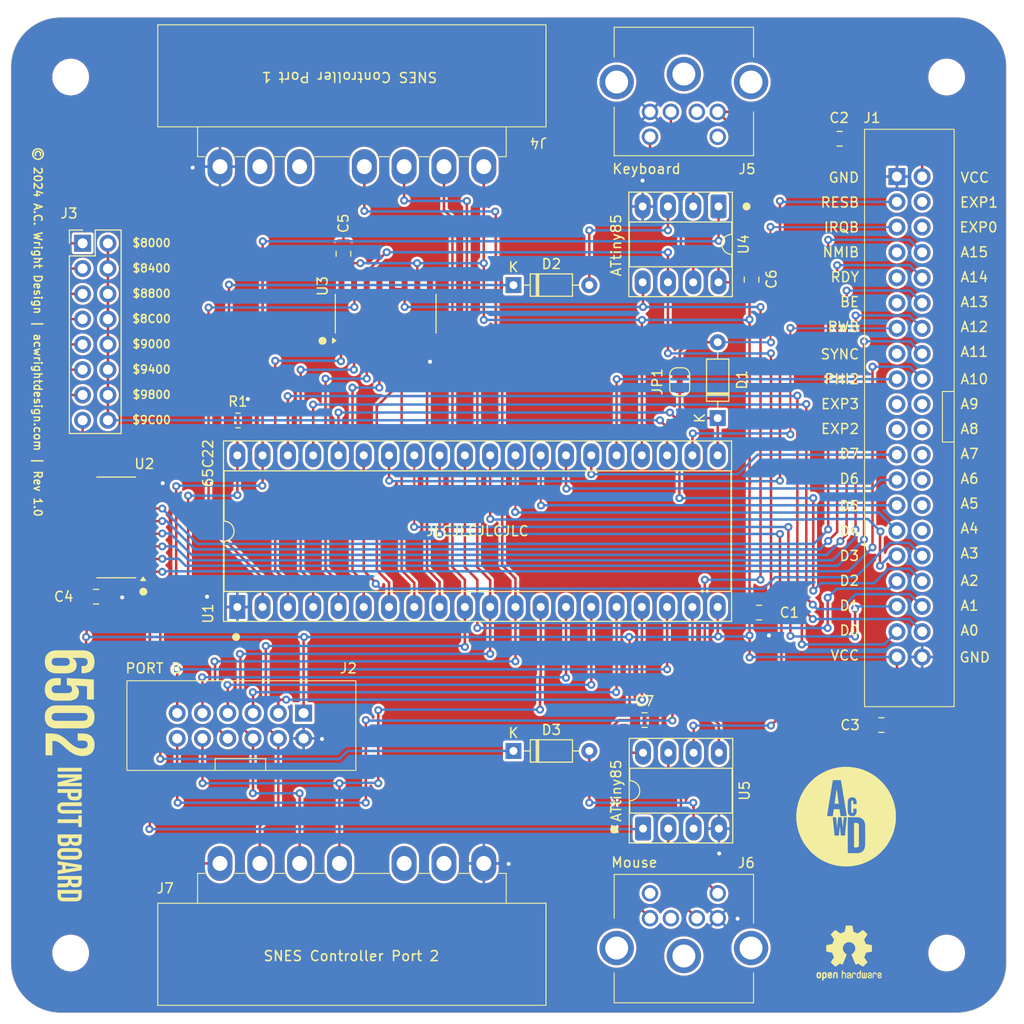
<source format=kicad_pcb>
(kicad_pcb (version 20241229) (generator "pcbnew") (generator_version "9.0")
  (title_block (title "6502 Input Board") (date "2024-06-17") (rev "1.0") (company "A.C. Wright Design"))
  (layers (0 "F.Cu" signal "Top") (2 "B.Cu" signal "Bottom") (13 "F.Paste" user) (15 "B.Paste" user) (5 "F.SilkS" user "F.Silkscreen") (7 "B.SilkS" user "B.Silkscreen") (1 "F.Mask" user) (3 "B.Mask" user) (25 "Edge.Cuts" user))
  (net 0 "")
  (net 1 "GND")
  (net 2 "VCC")
  (net 3 "A0")
  (net 4 "A1")
  (net 5 "A2")
  (net 6 "A3")
  (net 7 "A10")
  (net 8 "A11")
  (net 9 "A12")
  (net 10 "A13")
  (net 11 "A14")
  (net 12 "A15")
  (net 13 "D0")
  (net 14 "D1")
  (net 15 "D2")
  (net 16 "D3")
  (net 17 "D4")
  (net 18 "D5")
  (net 19 "D6")
  (net 20 "D7")
  (net 21 "PHI2")
  (net 22 "RWB")
  (net 23 "RESB")
  (net 24 "IRQB")
  (net 25 "Net-(D1-K)")
  (net 26 "KBD_DATA")
  (net 27 "KBD_CLK")
  (net 28 "CLK")
  (net 29 "DATA")
  (net 30 "PB0")
  (net 31 "PB1")
  (net 32 "PB2")
  (net 33 "PB3")
  (net 34 "/$8000")
  (net 35 "CSB")
  (net 36 "/$9800")
  (net 37 "/$9000")
  (net 38 "/$8400")
  (net 39 "/$8800")
  (net 40 "/$8C00")
  (net 41 "/$9C00")
  (net 42 "/$9400")
  (net 43 "CB1")
  (net 44 "PA0")
  (net 45 "PA7")
  (net 46 "PA4")
  (net 47 "PA3")
  (net 48 "PA5")
  (net 49 "PA6")
  (net 50 "PA1")
  (net 51 "PA2")
  (net 52 "PB5")
  (net 53 "PB7")
  (net 54 "PB6")
  (net 55 "PB4")
  (net 56 "/EXP3")
  (net 57 "/A5")
  (net 58 "/EXP2")
  (net 59 "/A4")
  (net 60 "/EXP1")
  (net 61 "/BE")
  (net 62 "Net-(D2-K)")
  (net 63 "KBD_INT")
  (net 64 "MS_INT")
  (net 65 "/A7")
  (net 66 "/SYNC")
  (net 67 "/A8")
  (net 68 "/A9")
  (net 69 "/RDY")
  (net 70 "/A6")
  (net 71 "/NMIB")
  (net 72 "/EXP0")
  (net 73 "CB2")
  (net 79 "MS_DATA")
  (net 80 "MS_CLK")
  (net 84 "CS")
  (footprint "MountingHole:MountingHole_3.2mm_M3" (layer "F.Cu") (at 184 56)
    (property "Reference" "H2" (hide yes))
    (property "Value" "MountingHole" (hide yes))
  )
  (footprint "MountingHole:MountingHole_3.2mm_M3" (layer "F.Cu") (at 96 144)
    (property "Reference" "H4" (hide yes))
    (property "Value" "MountingHole" (hide yes))
  )
  (footprint "MountingHole:MountingHole_3.2mm_M3" (layer "F.Cu") (at 96 56)
    (property "Reference" "H1" (hide yes))
    (property "Value" "MountingHole" (hide yes))
  )
  (footprint "MountingHole:MountingHole_3.2mm_M3" (layer "F.Cu") (at 184 144)
    (property "Reference" "H3" (hide yes))
    (property "Value" "MountingHole" (hide yes))
  )
  (footprint "Capacitor_SMD:C_0805_2012Metric" (layer "F.Cu") (at 98.55 108.2)
    (property "Reference" "C4")
    (property "Value" "100nF" (hide yes))
  )
  (footprint "Capacitor_SMD:C_0805_2012Metric" (layer "F.Cu") (at 173.25 62.2 180)
    (property "Reference" "C2")
    (property "Value" "100nF" (hide yes))
  )
  (footprint "Package_DIP:DIP-8_W7.62mm_Socket_LongPads" (layer "F.Cu") (at 161.08 69 -90)
    (property "Reference" "U4")
    (property "Value" "ATtiny85")
  )
  (footprint "6502 Parts:6502 GPIO Connector" (layer "F.Cu") (at 119.4 119.9 -90)
    (property "Reference" "J2")
    (property "Value" "PORT B")
  )
  (footprint "Diode_THT:D_DO-35_SOD27_P7.62mm_Horizontal" (layer "F.Cu") (at 140.48 76.9)
    (property "Reference" "D2")
    (property "Value" "D_Schottky" (hide yes))
  )
  (footprint "6502 Parts:SNES Controller Port" (layer "F.Cu") (at 137.5 65 180)
    (property "Reference" "J4")
    (property "Value" "SNES Controller Port 1")
  )
  (footprint "6502 Logos:6502 Input Board Logo 5mm" (layer "F.Cu") (at 95.899803 133.573825 -90)
    (property "Reference" "G***" (hide yes))
    (property "Value" "LOGO" (hide yes))
  )
  (footprint "Capacitor_SMD:C_0805_2012Metric" (layer "F.Cu") (at 165.15 109.8 180)
    (property "Reference" "C1")
    (property "Value" "100nF" (hide yes))
  )
  (footprint "6502 Parts:SNES Controller Port" (layer "F.Cu") (at 111 135)
    (property "Reference" "J7")
    (property "Value" "SNES Controller Port 2")
  )
  (footprint "6502 Parts:KMDGX-6S-BS" (layer "F.Cu") (at 158.9 140.5 180)
    (property "Reference" "J6")
    (property "Value" "Mouse")
  )
  (footprint "Resistor_SMD:R_0805_2012Metric" (layer "F.Cu") (at 112.8125 90.5)
    (property "Reference" "R1")
    (property "Value" "10k" (hide yes))
  )
  (footprint "Package_SO:SOIC-16_3.9x9.9mm_P1.27mm" (layer "F.Cu") (at 100.575 101.245 180)
    (property "Reference" "U2")
    (property "Value" "74HC138" (hide yes))
  )
  (footprint "Diode_THT:D_DO-35_SOD27_P7.62mm_Horizontal" (layer "F.Cu") (at 140.48 123.7)
    (property "Reference" "D3")
    (property "Value" "D_Schottky" (hide yes))
  )
  (footprint "A.C. Wright Logo:A.C. Wright Logo 10mm" (layer "F.Cu") (at 173.9 130.3)
    (property "Reference" "G***" (hide yes))
    (property "Value" "LOGO" (hide yes))
  )
  (footprint "Package_DIP:DIP-40_W15.24mm_Socket_LongPads" (layer "F.Cu") (at 112.74 109.24 90)
    (property "Reference" "U1")
    (property "Value" "65C22")
  )
  (footprint "Package_DIP:DIP-8_W7.62mm_Socket_LongPads" (layer "F.Cu") (at 153.5 131.5 90)
    (property "Reference" "U5")
    (property "Value" "ATtiny85")
  )
  (footprint "6502 Parts:KMDGX-6S-BS" (layer "F.Cu") (at 156.3 59.5)
    (property "Reference" "J5")
    (property "Value" "Keyboard")
  )
  (footprint "Symbol:OSHW-Logo2_7.3x6mm_SilkScreen" (layer "F.Cu") (at 174.2 144)
    (property "Reference" "REF**" (hide yes))
    (property "Value" "OSHW-Logo2_7.3x6mm_SilkScreen" (hide yes))
  )
  (footprint "Capacitor_SMD:C_0805_2012Metric" (layer "F.Cu") (at 177.45 121.1 180)
    (property "Reference" "C3")
    (property "Value" "100nF" (hide yes))
  )
  (footprint "Diode_THT:D_DO-35_SOD27_P7.62mm_Horizontal" (layer "F.Cu") (at 161 90.26 90)
    (property "Reference" "D1")
    (property "Value" "D_Schottky" (hide yes))
  )
  (footprint "Connector_PinHeader_2.54mm:PinHeader_2x08_P2.54mm_Vertical" (layer "F.Cu") (at 97.2 72.7)
    (property "Reference" "J3")
    (property "Value" "Conn_02x08_Odd_Even" (hide yes))
  )
  (footprint "Package_SO:SOIC-16_3.9x9.9mm_P1.27mm" (layer "F.Cu") (at 127.645 79.775 90)
    (property "Reference" "U3")
    (property "Value" "74HC595" (hide yes))
  )
  (footprint "6502 Parts:6502 Bus Connector" (layer "F.Cu") (at 179 66)
    (property "Reference" "J1")
    (property "Value" "6502 Bus" (hide yes))
  )
  (footprint "Jumper:SolderJumper-2_P1.3mm_Bridged_RoundedPad1.0x1.5mm" (layer "F.Cu") (at 157.185 86.61 90)
    (property "Reference" "JP1")
    (property "Value" "SolderJumper_2_Bridged" (hide yes))
  )
  (footprint "Capacitor_SMD:C_0805_2012Metric" (layer "F.Cu") (at 164.4 76.35 90)
    (property "Reference" "C6")
    (property "Value" "100nF" (hide yes))
  )
  (footprint "Capacitor_SMD:C_0805_2012Metric" (layer "F.Cu") (at 153.65 120.6)
    (property "Reference" "C7")
    (property "Value" "100nF" (hide yes))
  )
  (footprint "Capacitor_SMD:C_0805_2012Metric" (layer "F.Cu") (at 123.4 73.75 90)
    (property "Reference" "C5")
    (property "Value" "100nF" (hide yes))
  )
  (gr_circle (center 150.6 131.6) (end 150.8 131.6) (stroke (width 0.4)) (fill no) (layer "F.SilkS"))
  (gr_circle (center 112.615 112.25) (end 112.815 112.25) (stroke (width 0.4)) (fill no) (layer "F.SilkS"))
  (gr_circle (center 121.3 82.5) (end 121.5 82.5) (stroke (width 0.4)) (fill no) (layer "F.SilkS"))
  (gr_circle (center 103.3 107.7) (end 103.5 107.7) (stroke (width 0.4)) (fill no) (layer "F.SilkS"))
  (gr_circle (center 163.9 69) (end 164.1 69) (stroke (width 0.4)) (fill no) (layer "F.SilkS"))
  (gr_line (start 90.0011 145.0036) (end 90.0011 55.0036) (stroke (width 0.05)) (layer "Edge.Cuts"))
  (gr_arc (start 95.0011 150.0036) (mid 91.465566 148.539134) (end 90.0011 145.0036) (stroke (width 0.05)) (layer "Edge.Cuts"))
  (gr_line (start 190.0011 55.0036) (end 190.0011 145.0036) (stroke (width 0.05)) (layer "Edge.Cuts"))
  (gr_arc (start 190.0011 145.0036) (mid 188.536634 148.539134) (end 185.0011 150.0036) (stroke (width 0.05)) (layer "Edge.Cuts"))
  (gr_arc (start 185.0011 50.0036) (mid 188.536634 51.468066) (end 190.0011 55.0036) (stroke (width 0.05)) (layer "Edge.Cuts"))
  (gr_line (start 95.0011 50.0036) (end 185.0011 50.0036) (stroke (width 0.05)) (layer "Edge.Cuts"))
  (gr_line (start 185.0011 150.0036) (end 95.0011 150.0036) (stroke (width 0.05)) (layer "Edge.Cuts"))
  (gr_arc (start 90.0011 55.0036) (mid 91.465566 51.468066) (end 95.0011 50.0036) (stroke (width 0.05)) (layer "Edge.Cuts"))
  (gr_text "VCC" (at 175.3 114.1 0) (layer "F.SilkS") (effects (font (size 1 1)) (justify right)))
  (gr_text "A10" (at 185.3 86.35 0) (layer "F.SilkS") (effects (font (size 1 1)) (justify left)))
  (gr_text "A2" (at 185.3 106.6 0) (layer "F.SilkS") (effects (font (size 1 1)) (justify left)))
  (gr_text "GND\n" (at 175.3 66.1 0) (layer "F.SilkS") (effects (font (size 1 1)) (justify right)))
  (gr_text "D0" (at 175.3 111.6 0) (layer "F.SilkS") (effects (font (size 1 1)) (justify right)))
  (gr_text "$8400" (at 104.125 75.21 0) (layer "F.SilkS") (effects (font (size 0.8 0.8))))
  (gr_text "$8000" (at 104.125 72.67 0) (layer "F.SilkS") (effects (font (size 0.8 0.8))))
  (gr_text "RWB" (at 175.3 81.1 0) (layer "F.SilkS") (effects (font (size 1 1)) (justify right)))
  (gr_text "BE" (at 175.3 78.6 0) (layer "F.SilkS") (effects (font (size 1 1)) (justify right)))
  (gr_text "RESB" (at 175.3 68.6 0) (layer "F.SilkS") (effects (font (size 1 1)) (justify right)))
  (gr_text "$9C00" (at 104.125 90.45 0) (layer "F.SilkS") (effects (font (size 0.8 0.8))))
  (gr_text "A3" (at 185.3 103.85 0) (layer "F.SilkS") (effects (font (size 1 1)) (justify left)))
  (gr_text "EXP2" (at 175.3 91.35 0) (layer "F.SilkS") (effects (font (size 1 1)) (justify right)))
  (gr_text "D5" (at 175.3 99.1 0) (layer "F.SilkS") (effects (font (size 1 1)) (justify right)))
  (gr_text "A13" (at 185.3 78.6 0) (layer "F.SilkS") (effects (font (size 1 1)) (justify left)))
  (gr_text "D2" (at 175.3 106.6 0) (layer "F.SilkS") (effects (font (size 1 1)) (justify right)))
  (gr_text "D3" (at 175.3 104.1 0) (layer "F.SilkS") (effects (font (size 1 1)) (justify right)))
  (gr_text "EXP0" (at 185.2 71.1 0) (layer "F.SilkS") (effects (font (size 1 1)) (justify left)))
  (gr_text "A6" (at 185.3 96.35 0) (layer "F.SilkS") (effects (font (size 1 1)) (justify left)))
  (gr_text "A7" (at 185.3 93.85 0) (layer "F.SilkS") (effects (font (size 1 1)) (justify left)))
  (gr_text "$8C00" (at 104.125 80.29 0) (layer "F.SilkS") (effects (font (size 0.8 0.8))))
  (gr_text "JLCJLCJLCJLC" (at 136.865 101.615 0) (layer "F.SilkS") (effects (font (size 1 1))))
  (gr_text "A0" (at 185.3 111.6 0) (layer "F.SilkS") (effects (font (size 1 1)) (justify left)))
  (gr_text "D7" (at 175.3 93.85 0) (layer "F.SilkS") (effects (font (size 1 1)) (justify right)))
  (gr_text "D6" (at 175.3 96.35 0) (layer "F.SilkS") (effects (font (size 1 1)) (justify right)))
  (gr_text "$9000" (at 104.125 82.83 0) (layer "F.SilkS") (effects (font (size 0.8 0.8))))
  (gr_text "A11" (at 185.3 83.6 0) (layer "F.SilkS") (effects (font (size 1 1)) (justify left)))
  (gr_text "A12" (at 185.3 81.1 0) (layer "F.SilkS") (effects (font (size 1 1)) (justify left)))
  (gr_text "SYNC" (at 175.3 83.85 0) (layer "F.SilkS") (effects (font (size 1 1)) (justify right)))
  (gr_text "D4" (at 175.3 101.6 0) (layer "F.SilkS") (effects (font (size 1 1)) (justify right)))
  (gr_text "IRQB" (at 175.3 71.1 0) (layer "F.SilkS") (effects (font (size 1 1)) (justify right)))
  (gr_text "A9" (at 185.3 88.85 0) (layer "F.SilkS") (effects (font (size 1 1)) (justify left)))
  (gr_text "A14" (at 185.3 76.1 0) (layer "F.SilkS") (effects (font (size 1 1)) (justify left)))
  (gr_text "EXP1" (at 185.25 68.6 0) (layer "F.SilkS") (effects (font (size 1 1)) (justify left)))
  (gr_text "GND\n" (at 185.2 114.3 0) (layer "F.SilkS") (effects (font (size 1 1)) (justify left)))
  (gr_text "A1" (at 185.3 109.1 0) (layer "F.SilkS") (effects (font (size 1 1)) (justify left)))
  (gr_text "RDY" (at 175.3 76.1 0) (layer "F.SilkS") (effects (font (size 1 1)) (justify right)))
  (gr_text "A8" (at 185.3 91.35 0) (layer "F.SilkS") (effects (font (size 1 1)) (justify left)))
  (gr_text "NMIB" (at 175.3 73.6 0) (layer "F.SilkS") (effects (font (size 1 1)) (justify right)))
  (gr_text "D1" (at 175.3 109.1 0) (layer "F.SilkS") (effects (font (size 1 1)) (justify right)))
  (gr_text "EXP3" (at 175.3 88.85 0) (layer "F.SilkS") (effects (font (size 1 1)) (justify right)))
  (gr_text "$9800" (at 104.125 87.91 0) (layer "F.SilkS") (effects (font (size 0.8 0.8))))
  (gr_text "VCC" (at 185.3 66.1 0) (layer "F.SilkS") (effects (font (size 1 1)) (justify left)))
  (gr_text "$8800" (at 104.125 77.75 0) (layer "F.SilkS") (effects (font (size 0.8 0.8))))
  (gr_text "A15" (at 185.3 73.6 0) (layer "F.SilkS") (effects (font (size 1 1)) (justify left)))
  (gr_text "PHI2" (at 175.3 86.35 0) (layer "F.SilkS") (effects (font (size 1 1)) (justify right)))
  (gr_text "$9400" (at 104.125 85.37 0) (layer "F.SilkS") (effects (font (size 0.8 0.8))))
  (gr_text "© 2024 A.C. Wright Design | acwrightdesign.com | Rev 1.0" (at 92.7 81.6 -90) (layer "F.SilkS") (effects (font (size 0.8 0.8))))
  (gr_text "A5" (at 185.3 98.85 0) (layer "F.SilkS") (effects (font (size 1 1)) (justify left)))
  (gr_text "A4" (at 185.3 101.35 0) (layer "F.SilkS") (effects (font (size 1 1)) (justify left)))
  (via (at 153.45 66.4) (size 0.8) (drill 0.4) (layers "F.Cu" "B.Cu") (net 1))
  (via (at 105.25 96.8) (size 0.8) (drill 0.4) (layers "F.Cu" "B.Cu") (net 1))
  (via (at 161.15 134) (size 0.8) (drill 0.4) (layers "F.Cu" "B.Cu") (net 1))
  (via (at 121.25 122.5) (size 0.8) (drill 0.4) (layers "F.Cu" "B.Cu") (net 1))
  (via (at 132.1 84.6) (size 0.8) (drill 0.4) (layers "F.Cu" "B.Cu") (net 1))
  (via (at 101.175 108.275) (size 0.8) (drill 0.4) (layers "F.Cu" "B.Cu") (net 1))
  (via (at 109.7 108.2) (size 0.8) (drill 0.4) (layers "F.Cu" "B.Cu") (net 1))
  (via (at 166.15 112.1) (size 0.8) (drill 0.4) (layers "F.Cu" "B.Cu") (net 1))
  (via (at 108.25 65.1) (size 0.8) (drill 0.4) (layers "F.Cu" "B.Cu") (net 1))
  (via (at 140 135.05) (size 0.8) (drill 0.4) (layers "F.Cu" "B.Cu") (net 1))
  (via (at 113.8 88.35) (size 0.8) (drill 0.4) (layers "F.Cu" "B.Cu") (net 1))
  (via (at 163 140.55) (size 0.8) (drill 0.4) (layers "F.Cu" "B.Cu") (net 1))
  (segment (start 163.95 71) (end 161.08 73.87) (width 0.25) (layer "F.Cu") (net 2))
  (segment (start 152.15 118.9) (end 152.15 112.3) (width 0.25) (layer "F.Cu") (net 2))
  (segment (start 154.2 140.5) (end 150.65 136.95) (width 0.25) (layer "F.Cu") (net 2))
  (segment (start 164.2 96.75) (end 164.25 96.8) (width 0.25) (layer "F.Cu") (net 2))
  (segment (start 150.65 136.95) (end 150.65 133.6) (width 0.25) (layer "F.Cu") (net 2))
  (segment (start 123.4 74.7) (end 125.1 74.7) (width 0.25) (layer "F.Cu") (net 2))
  (segment (start 176.5 118.7) (end 176.5 121.1) (width 0.25) (layer "F.Cu") (net 2))
  (segment (start 153.5 123.88) (end 150.67 123.88) (width 0.25) (layer "F.Cu") (net 2))
  (segment (start 173.05 59.5) (end 174.2 60.65) (width 0.25) (layer "F.Cu") (net 2))
  (segment (start 130.82 77.3) (end 130.82 74.72) (width 0.25) (layer "F.Cu") (net 2))
  (segment (start 164.2 80.35) (end 164.2 96.75) (width 0.25) (layer "F.Cu") (net 2))
  (segment (start 161 112.15) (end 161 109.24) (width 0.25) (layer "F.Cu") (net 2))
  (segment (start 179 116.2) (end 176.5 118.7) (width 0.25) (layer "F.Cu") (net 2))
  (segment (start 163.95 62.45) (end 163.95 71) (width 0.25) (layer "F.Cu") (net 2))
  (segment (start 164.4 77.3) (end 163.25 77.3) (width 0.25) (layer "F.Cu") (net 2))
  (segment (start 164.2 112.1) (end 164.2 109.8) (width 0.25) (layer "F.Cu") (net 2))
  (segment (start 174.2 60.65) (end 174.2 62.2) (width 0.25) (layer "F.Cu") (net 2))
  (segment (start 97.6 108.2) (end 97.6 106.95) (width 0.25) (layer "F.Cu") (net 2))
  (segment (start 137.5 74.7) (end 137.5 65) (width 0.25) (layer "F.Cu") (net 2))
  (segment (start 97.6 112.2) (end 97.55 112.25) (width 0.25) (layer "F.Cu") (net 2))
  (segment (start 103.85 135) (end 97.55 128.7) (width 0.25) (layer "F.Cu") (net 2))
  (segment (start 150.67 123.88) (end 150.65 123.9) (width 0.25) (layer "F.Cu") (net 2))
  (segment (start 181.54 66) (end 181.54 63.69) (width 0.25) (layer "F.Cu") (net 2))
  (segment (start 153.38 94) (end 153.38 80.42) (width 0.25) (layer "F.Cu") (net 2))
  (segment (start 153.38 80.42) (end 153.4 80.4) (width 0.25) (layer "F.Cu") (net 2))
  (segment (start 150.65 121.05) (end 151.1 120.6) (width 0.25) (layer "F.Cu") (net 2))
  (segment (start 152.15 112.3) (end 152.1 112.25) (width 0.25) (layer "F.Cu") (net 2))
  (segment (start 164.4 77.3) (end 164.2 77.5) (width 0.25) (layer "F.Cu") (net 2))
  (segment (start 180.05 62.2) (end 174.2 62.2) (width 0.25) (layer "F.Cu") (net 2))
  (segment (start 164.2 96.85) (end 164.2 109.8) (width 0.25) (layer "F.Cu") (net 2))
  (segment (start 97.6 106.95) (end 98.1 106.45) (width 0.25) (layer "F.Cu") (net 2))
  (segment (start 119.4 119.9) (end 119.4 112.3) (width 0.25) (layer "F.Cu") (net 2))
  (segment (start 119.4 112.3) (end 119.45 112.25) (width 0.25) (layer "F.Cu") (net 2))
  (segment (start 130.82 74.72) (end 130.8 74.7) (width 0.25) (layer "F.Cu") (net 2))
  (segment (start 97.55 128.7) (end 97.55 112.25) (width 0.25) (layer "F.Cu") (net 2))
  (segment (start 161.05 112.2) (end 161 112.15) (width 0.25) (layer "F.Cu") (net 2))
  (segment (start 181.54 63.69) (end 180.05 62.2) (width 0.25) (layer "F.Cu") (net 2))
  (segment (start 123.2 74.9) (end 123.2 77.3) (width 0.25) (layer "F.Cu") (net 2))
  (segment (start 111 135) (end 103.85 135) (width 0.25) (layer "F.Cu") (net 2))
  (segment (start 164.2 77.5) (end 164.2 80.35) (width 0.25) (layer "F.Cu") (net 2))
  (segment (start 163.25 77.3) (end 162.57 76.62) (width 0.25) (layer "F.Cu") (net 2))
  (segment (start 161 59.5) (end 173.05 59.5) (width 0.25) (layer "F.Cu") (net 2))
  (segment (start 179 114.26) (end 179 116.2) (width 0.25) (layer "F.Cu") (net 2))
  (segment (start 150.65 123.9) (end 150.65 121.05) (width 0.25) (layer "F.Cu") (net 2))
  (segment (start 161 59.5) (end 163.95 62.45) (width 0.25) (layer "F.Cu") (net 2))
  (segment (start 152.7 119.45) (end 152.15 118.9) (width 0.25) (layer "F.Cu") (net 2))
  (segment (start 161.08 73.87) (end 161.08 76.62) (width 0.25) (layer "F.Cu") (net 2))
  (segment (start 162.57 76.62) (end 161.08 76.62) (width 0.25) (layer "F.Cu") (net 2))
  (segment (start 164.2 114.3) (end 164.2 112.1) (width 0.25) (layer "F.Cu") (net 2))
  (segment (start 123.4 74.7) (end 123.2 74.9) (width 0.25) (layer "F.Cu") (net 2))
  (segment (start 98.1 106.45) (end 98.1 105.69) (width 0.25) (layer "F.Cu") (net 2))
  (segment (start 97.6 108.2) (end 97.6 112.2) (width 0.25) (layer "F.Cu") (net 2))
  (segment (start 137.5 80.4) (end 137.5 74.7) (width 0.25) (layer "F.Cu") (net 2))
  (segment (start 152.7 120.6) (end 152.7 119.45) (width 0.25) (layer "F.Cu") (net 2))
  (segment (start 150.65 133.6) (end 150.65 123.9) (width 0.25) (layer "F.Cu") (net 2))
  (segment (start 151.1 120.6) (end 152.7 120.6) (width 0.25) (layer "F.Cu") (net 2))
  (via (at 97.55 112.25) (size 0.8) (drill 0.4) (layers "F.Cu" "B.Cu") (net 2))
  (via (at 125.1 74.7) (size 0.8) (drill 0.4) (layers "F.Cu" "B.Cu") (net 2))
  (via (at 164.2 80.35) (size 0.8) (drill 0.4) (layers "F.Cu" "B.Cu") (net 2))
  (via (at 152.1 112.25) (size 0.8) (drill 0.4) (layers "F.Cu" "B.Cu") (net 2))
  (via (at 137.5 80.4) (size 0.8) (drill 0.4) (layers "F.Cu" "B.Cu") (net 2))
  (via (at 153.4 80.4) (size 0.8) (drill 0.4) (layers "F.Cu" "B.Cu") (net 2))
  (via (at 119.45 112.25) (size 0.8) (drill 0.4) (layers "F.Cu" "B.Cu") (net 2))
  (via (at 161.05 112.2) (size 0.8) (drill 0.4) (layers "F.Cu" "B.Cu") (net 2))
  (via (at 164.2 114.3) (size 0.8) (drill 0.4) (layers "F.Cu" "B.Cu") (net 2))
  (via (at 164.2 112.1) (size 0.8) (drill 0.4) (layers "F.Cu" "B.Cu") (net 2))
  (via (at 137.5 74.7) (size 0.8) (drill 0.4) (layers "F.Cu" "B.Cu") (net 2))
  (via (at 130.8 74.7) (size 0.8) (drill 0.4) (layers "F.Cu" "B.Cu") (net 2))
  (segment (start 179 114.26) (end 164.24 114.26) (width 0.25) (layer "B.Cu") (net 2))
  (segment (start 130.8 74.7) (end 137.5 74.7) (width 0.25) (layer "B.Cu") (net 2))
  (segment (start 164.24 114.26) (end 164.2 114.3) (width 0.25) (layer "B.Cu") (net 2))
  (segment (start 161.05 112.2) (end 164.1 112.2) (width 0.25) (layer "B.Cu") (net 2))
  (segment (start 164.1 112.2) (end 164.2 112.1) (width 0.25) (layer "B.Cu") (net 2))
  (segment (start 153.4 80.4) (end 137.5 80.4) (width 0.25) (layer "B.Cu") (net 2))
  (segment (start 152.1 112.25) (end 161 112.25) (width 0.25) (layer "B.Cu") (net 2))
  (segment (start 125.1 74.7) (end 130.8 74.7) (width 0.25) (layer "B.Cu") (net 2))
  (segment (start 164.15 80.4) (end 164.2 80.35) (width 0.25) (layer "B.Cu") (net 2))
  (segment (start 97.55 112.25) (end 119.45 112.25) (width 0.25) (layer "B.Cu") (net 2))
  (segment (start 153.4 80.4) (end 164.15 80.4) (width 0.25) (layer "B.Cu") (net 2))
  (segment (start 119.45 112.25) (end 152.1 112.25) (width 0.25) (layer "B.Cu") (net 2))
  (segment (start 161 112.25) (end 161.05 112.2) (width 0.25) (layer "B.Cu") (net 2))
  (segment (start 169 107.45) (end 169 88) (width 0.25) (layer "F.Cu") (net 3))
  (segment (start 170.55 110.45) (end 169.4 109.3) (width 0.25) (layer "F.Cu") (net 3))
  (segment (start 117.82 94) (end 117.82 88.07) (width 0.25) (layer "F.Cu") (net 3))
  (segment (start 169.4 109.3) (end 169.4 107.85) (width 0.25) (layer "F.Cu") (net 3))
  (segment (start 169.4 107.85) (end 169 107.45) (width 0.25) (layer "F.Cu") (net 3))
  (segment (start 117.82 88.07) (end 117.8 88.05) (width 0.25) (layer "F.Cu") (net 3))
  (via (at 169 88) (size 0.8) (drill 0.4) (layers "F.Cu" "B.Cu") (net 3))
  (via (at 117.8 88.05) (size 0.8) (drill 0.4) (layers "F.Cu" "B.Cu") (net 3))
  (via (at 170.55 110.45) (size 0.8) (drill 0.4) (layers "F.Cu" "B.Cu") (net 3))
  (segment (start 180.27 110.45) (end 181.54 111.72) (width 0.25) (layer "B.Cu") (net 3))
  (segment (start 117.8 88.05) (end 168.95 88.05) (width 0.25) (layer "B.Cu") (net 3))
  (segment (start 170.55 110.45) (end 180.27 110.45) (width 0.25) (layer "B.Cu") (net 3))
  (segment (start 168.95 88.05) (end 169 88) (width 0.25) (layer "B.Cu") (net 3))
  (segment (start 120.36 88.91) (end 120.35 88.9) (width 0.25) (layer "F.Cu") (net 4))
  (segment (start 169.9 108.35) (end 170.55 109) (width 0.25) (layer "F.Cu") (net 4))
  (segment (start 120.36 94) (end 120.36 88.91) (width 0.25) (layer "F.Cu") (net 4))
  (segment (start 169.9 88.85) (end 169.9 108.35) (width 0.25) (layer "F.Cu") (net 4))
  (via (at 170.55 109) (size 0.8) (drill 0.4) (layers "F.Cu" "B.Cu") (net 4))
  (via (at 169.9 88.85) (size 0.8) (drill 0.4) (layers "F.Cu" "B.Cu") (net 4))
  (via (at 120.35 88.9) (size 0.8) (drill 0.4) (layers "F.Cu" "B.Cu") (net 4))
  (segment (start 171 109.45) (end 173.35 109.45) (width 0.25) (layer "B.Cu") (net 4))
  (segment (start 174.85 107.95) (end 180.31 107.95) (width 0.25) (layer "B.Cu") (net 4))
  (segment (start 169.85 88.9) (end 169.9 88.85) (width 0.25) (layer "B.Cu") (net 4))
  (segment (start 173.35 109.45) (end 174.85 107.95) (width 0.25) (layer "B.Cu") (net 4))
  (segment (start 170.55 109) (end 171 109.45) (width 0.25) (layer "B.Cu") (net 4))
  (segment (start 180.31 107.95) (end 181.54 109.18) (width 0.25) (layer "B.Cu") (net 4))
  (segment (start 120.35 88.9) (end 169.85 88.9) (width 0.25) (layer "B.Cu") (net 4))
  (segment (start 122.9 94) (end 122.9 89.7) (width 0.25) (layer "F.Cu") (net 5))
  (segment (start 156.2 89.7) (end 157.15 90.65) (width 0.25) (layer "F.Cu") (net 5))
  (segment (start 157.15 90.65) (end 157.15 98.3) (width 0.25) (layer "F.Cu") (net 5))
  (segment (start 170.6 107.6) (end 170.6 98.3) (width 0.25) (layer "F.Cu") (net 5))
  (via (at 170.6 107.6) (size 0.8) (drill 0.4) (layers "F.Cu" "B.Cu") (net 5))
  (via (at 122.9 89.7) (size 0.8) (drill 0.4) (layers "F.Cu" "B.Cu") (net 5))
  (via (at 156.2 89.7) (size 0.8) (drill 0.4) (layers "F.Cu" "B.Cu") (net 5))
  (via (at 170.6 98.3) (size 0.8) (drill 0.4) (layers "F.Cu" "B.Cu") (net 5))
  (via (at 157.15 98.3) (size 0.8) (drill 0.4) (layers "F.Cu" "B.Cu") (net 5))
  (segment (start 180.3 105.4) (end 181.54 106.64) (width 0.25) (layer "B.Cu") (net 5))
  (segment (start 176.7 106.85) (end 178.15 105.4) (width 0.25) (layer "B.Cu") (net 5))
  (segment (start 178.15 105.4) (end 180.3 105.4) (width 0.25) (layer "B.Cu") (net 5))
  (segment (start 171.35 106.85) (end 176.7 106.85) (width 0.25) (layer "B.Cu") (net 5))
  (segment (start 122.9 89.7) (end 156.2 89.7) (width 0.25) (layer "B.Cu") (net 5))
  (segment (start 170.6 98.3) (end 157.15 98.3) (width 0.25) (layer "B.Cu") (net 5))
  (segment (start 170.6 107.6) (end 171.35 106.85) (width 0.25) (layer "B.Cu") (net 5))
  (segment (start 126.65 106.8) (end 125.44 105.59) (width 0.25) (layer "F.Cu") (net 6))
  (segment (start 125.44 105.59) (end 125.44 94) (width 0.25) (layer "F.Cu") (net 6))
  (segment (start 126.65 106.9) (end 126.65 106.8) (width 0.25) (layer "F.Cu") (net 6))
  (via (at 126.65 106.9) (size 0.8) (drill 0.4) (layers "F.Cu" "B.Cu") (net 6))
  (segment (start 180.24 102.8) (end 181.54 104.1) (width 0.25) (layer "B.Cu") (net 6))
  (segment (start 166.75 106.25) (end 174.85 106.25) (width 0.25) (layer "B.Cu") (net 6))
  (segment (start 165.6 107.4) (end 166.75 106.25) (width 0.25) (layer "B.Cu") (net 6))
  (segment (start 127.15 107.4) (end 165.6 107.4) (width 0.25) (layer "B.Cu") (net 6))
  (segment (start 126.65 106.9) (end 127.15 107.4) (width 0.25) (layer "B.Cu") (net 6))
  (segment (start 178.3 102.8) (end 180.24 102.8) (width 0.25) (layer "B.Cu") (net 6))
  (segment (start 174.85 106.25) (end 178.3 102.8) (width 0.25) (layer "B.Cu") (net 6))
  (segment (start 176.55 103.25) (end 176.55 85.1) (width 0.25) (layer "F.Cu") (net 7))
  (segment (start 103.05 105.69) (end 105.19 105.69) (width 0.25) (layer "F.Cu") (net 7))
  (segment (start 105.19 105.69) (end 105.2 105.7) (width 0.25) (layer "F.Cu") (net 7))
  (via (at 176.55 103.25) (size 0.8) (drill 0.4) (layers "F.Cu" "B.Cu") (net 7))
  (via (at 176.55 85.1) (size 0.8) (drill 0.4) (layers "F.Cu" "B.Cu") (net 7))
  (via (at 105.2 105.7) (size 0.8) (drill 0.4) (layers "F.Cu" "B.Cu") (net 7))
  (segment (start 171.85 105.65) (end 105.25 105.65) (width 0.25) (layer "B.Cu") (net 7))
  (segment (start 174.15 105.65) (end 176.55 103.25) (width 0.25) (layer "B.Cu") (net 7))
  (segment (start 105.25 105.65) (end 105.2 105.7) (width 0.25) (layer "B.Cu") (net 7))
  (segment (start 171.85 105.65) (end 174.15 105.65) (width 0.25) (layer "B.Cu") (net 7))
  (segment (start 176.55 85.1) (end 180.32 85.1) (width 0.25) (layer "B.Cu") (net 7))
  (segment (start 180.32 85.1) (end 181.54 86.32) (width 0.25) (layer "B.Cu") (net 7))
  (segment (start 103.05 104.42) (end 105.18 104.42) (width 0.25) (layer "F.Cu") (net 8))
  (segment (start 175.7 102.45) (end 175.7 82.55) (width 0.25) (layer "F.Cu") (net 8))
  (segment (start 105.18 104.42) (end 105.2 104.4) (width 0.25) (layer "F.Cu") (net 8))
  (via (at 105.2 104.4) (size 0.8) (drill 0.4) (layers "F.Cu" "B.Cu") (net 8))
  (via (at 175.7 82.55) (size 0.8) (drill 0.4) (layers "F.Cu" "B.Cu") (net 8))
  (via (at 175.7 102.45) (size 0.8) (drill 0.4) (layers "F.Cu" "B.Cu") (net 8))
  (segment (start 173.05 105.1) (end 175.7 102.45) (width 0.25) (layer "B.Cu") (net 8))
  (segment (start 107.55 105.1) (end 173.05 105.1) (width 0.25) (layer "B.Cu") (net 8))
  (segment (start 106.85 104.4) (end 107.55 105.1) (width 0.25) (layer "B.Cu") (net 8))
  (segment (start 180.31 82.55) (end 181.54 83.78) (width 0.25) (layer "B.Cu") (net 8))
  (segment (start 105.2 104.4) (end 106.85 104.4) (width 0.25) (layer "B.Cu") (net 8))
  (segment (start 175.7 82.55) (end 180.31 82.55) (width 0.25) (layer "B.Cu") (net 8))
  (segment (start 174.85 101.45) (end 174.85 79.95) (width 0.25) (layer "F.Cu") (net 9))
  (segment (start 103.05 103.15) (end 105.2 103.15) (width 0.25) (layer "F.Cu") (net 9))
  (via (at 174.85 101.45) (size 0.8) (drill 0.4) (layers "F.Cu" "B.Cu") (net 9))
  (via (at 105.2 103.15) (size 0.8) (drill 0.4) (layers "F.Cu" "B.Cu") (net 9))
  (via (at 174.85 79.95) (size 0.8) (drill 0.4) (layers "F.Cu" "B.Cu") (net 9))
  (segment (start 170.85 104.55) (end 172.55 104.55) (width 0.25) (layer "B.Cu") (net 9))
  (segment (start 180.25 79.95) (end 181.54 81.24) (width 0.25) (layer "B.Cu") (net 9))
  (segment (start 170.85 104.55) (end 107.85 104.55) (width 0.25) (layer "B.Cu") (net 9))
  (segment (start 174.8 102.3) (end 174.8 101.5) (width 0.25) (layer "B.Cu") (net 9))
  (segment (start 106.45 103.15) (end 105.2 103.15) (width 0.25) (layer "B.Cu") (net 9))
  (segment (start 174.85 79.95) (end 180.25 79.95) (width 0.25) (layer "B.Cu") (net 9))
  (segment (start 174.8 101.5) (end 174.85 101.45) (width 0.25) (layer "B.Cu") (net 9))
  (segment (start 107.85 104.55) (end 106.45 103.15) (width 0.25) (layer "B.Cu") (net 9))
  (segment (start 172.55 104.55) (end 174.8 102.3) (width 0.25) (layer "B.Cu") (net 9))
  (segment (start 173.325 102.625) (end 173.95 102) (width 0.25) (layer "F.Cu") (net 10))
  (segment (start 103.05 101.88) (end 105.17 101.88) (width 0.25) (layer "F.Cu") (net 10))
  (segment (start 105.17 101.88) (end 105.2 101.85) (width 0.25) (layer "F.Cu") (net 10))
  (segment (start 173.95 102) (end 173.95 77.45) (width 0.25) (layer "F.Cu") (net 10))
  (via (at 173.325 102.625) (size 0.8) (drill 0.4) (layers "F.Cu" "B.Cu") (net 10))
  (via (at 173.95 77.45) (size 0.8) (drill 0.4) (layers "F.Cu" "B.Cu") (net 10))
  (via (at 105.2 101.85) (size 0.8) (drill 0.4) (layers "F.Cu" "B.Cu") (net 10))
  (segment (start 180.29 77.45) (end 181.54 78.7) (width 0.25) (layer "B.Cu") (net 10))
  (segment (start 106 101.85) (end 105.2 101.85) (width 0.25) (layer "B.Cu") (net 10))
  (segment (start 108.15 104) (end 106 101.85) (width 0.25) (layer "B.Cu") (net 10))
  (segment (start 173.325 102.625) (end 171.95 104) (width 0.25) (layer "B.Cu") (net 10))
  (segment (start 171.95 104) (end 108.15 104) (width 0.25) (layer "B.Cu") (net 10))
  (segment (start 173.95 77.45) (end 180.29 77.45) (width 0.25) (layer "B.Cu") (net 10))
  (segment (start 173 101.7) (end 173 74.9) (width 0.25) (layer "F.Cu") (net 11))
  (segment (start 105.19 100.61) (end 105.2 100.6) (width 0.25) (layer "F.Cu") (net 11))
  (segment (start 103.05 100.61) (end 105.19 100.61) (width 0.25) (layer "F.Cu") (net 11))
  (segment (start 172.1 102.6) (end 173 101.7) (width 0.25) (layer "F.Cu") (net 11))
  (via (at 105.2 100.6) (size 0.8) (drill 0.4) (layers "F.Cu" "B.Cu") (net 11))
  (via (at 172.1 102.6) (size 0.8) (drill 0.4) (layers "F.Cu" "B.Cu") (net 11))
  (via (at 173 74.9) (size 0.8) (drill 0.4) (layers "F.Cu" "B.Cu") (net 11))
  (segment (start 172.1 102.6) (end 171.25 103.45) (width 0.25) (layer "B.Cu") (net 11))
  (segment (start 171.25 103.45) (end 108.483158 103.45) (width 0.25) (layer "B.Cu") (net 11))
  (segment (start 105.633158 100.6) (end 105.2 100.6) (width 0.25) (layer "B.Cu") (net 11))
  (segment (start 108.483158 103.45) (end 105.633158 100.6) (width 0.25) (layer "B.Cu") (net 11))
  (segment (start 180.28 74.9) (end 181.54 76.16) (width 0.25) (layer "B.Cu") (net 11))
  (segment (start 173 74.9) (end 180.28 74.9) (width 0.25) (layer "B.Cu") (net 11))
  (segment (start 172.1 101.45) (end 172.1 72.35) (width 0.25) (layer "F.Cu") (net 12))
  (segment (start 103.05 99.34) (end 105.19 99.34) (width 0.25) (layer "F.Cu") (net 12))
  (segment (start 105.19 99.34) (end 105.2 99.35) (width 0.25) (layer "F.Cu") (net 12))
  (via (at 105.2 99.35) (size 0.8) (drill 0.4) (layers "F.Cu" "B.Cu") (net 12))
  (via (at 172.1 72.35) (size 0.8) (drill 0.4) (layers "F.Cu" "B.Cu") (net 12))
  (via (at 172.1 101.45) (size 0.8) (drill 0.4) (layers "F.Cu" "B.Cu") (net 12))
  (segment (start 180.27 72.35) (end 181.54 73.62) (width 0.25) (layer "B.Cu") (net 12))
  (segment (start 172.1 101.45) (end 170.65 102.9) (width 0.25) (layer "B.Cu") (net 12))
  (segment (start 172.1 72.35) (end 180.27 72.35) (width 0.25) (layer "B.Cu") (net 12))
  (segment (start 170.65 102.9) (end 108.75 102.9) (width 0.25) (layer "B.Cu") (net 12))
  (segment (start 108.75 102.9) (end 105.2 99.35) (width 0.25) (layer "B.Cu") (net 12))
  (segment (start 130.52 100.73) (end 130.52 94) (width 0.2) (layer "F.Cu") (net 13))
  (segment (start 168.1 107.95) (end 168.792 108.642) (width 0.25) (layer "F.Cu") (net 13))
  (segment (start 168.792 108.642) (end 168.8 108.642) (width 0.2) (layer "F.Cu") (net 13))
  (segment (start 178.98 111.7) (end 179 111.72) (width 0.2) (layer "F.Cu") (net 13))
  (segment (start 168.8 108.642) (end 168.8 109.7) (width 0.25) (layer "F.Cu") (net 13))
  (segment (start 168.8 109.7) (end 169.45 110.35) (width 0.25) (layer "F.Cu") (net 13))
  (segment (start 130.5 101.2) (end 130.5 100.75) (width 0.2) (layer "F.Cu") (net 13))
  (segment (start 169.45 110.35) (end 169.45 113) (width 0.25) (layer "F.Cu") (net 13))
  (segment (start 168.1 101.2) (end 168.1 107.95) (width 0.25) (layer "F.Cu") (net 13))
  (segment (start 130.5 100.75) (end 130.52 100.73) (width 0.2) (layer "F.Cu") (net 13))
  (via (at 168.1 101.2) (size 0.8) (drill 0.4) (layers "F.Cu" "B.Cu") (net 13))
  (via (at 130.5 101.2) (size 0.8) (drill 0.4) (layers "F.Cu" "B.Cu") (net 13))
  (via (at 169.45 113) (size 0.8) (drill 0.4) (layers "F.Cu" "B.Cu") (net 13))
  (segment (start 177.72 113) (end 173.1 113) (width 0.25) (layer "B.Cu") (net 13))
  (segment (start 173.1 113) (end 169.45 113) (width 0.25) (layer "B.Cu") (net 13))
  (segment (start 179 111.72) (end 177.72 113) (width 0.25) (layer "B.Cu") (net 13))
  (segment (start 168.1 101.2) (end 130.5 101.2) (width 0.25) (layer "B.Cu") (net 13))
  (segment (start 168.3 108.85) (end 168.3 112.15) (width 0.25) (layer "F.Cu") (net 14))
  (segment (start 174.8 109.4) (end 174.8 112.2) (width 0.25) (layer "F.Cu") (net 14))
  (segment (start 167.25 107.8) (end 168.3 108.85) (width 0.25) (layer "F.Cu") (net 14))
  (segment (start 133.06 101.9) (end 133.06 94) (width 0.25) (layer "F.Cu") (net 14))
  (segment (start 167.25 101.9) (end 167.25 107.8) (width 0.25) (layer "F.Cu") (net 14))
  (via (at 167.25 101.9) (size 0.8) (drill 0.4) (layers "F.Cu" "B.Cu") (net 14))
  (via (at 168.3 112.15) (size 0.8) (drill 0.4) (layers "F.Cu" "B.Cu") (net 14))
  (via (at 174.8 109.4) (size 0.8) (drill 0.4) (layers "F.Cu" "B.Cu") (net 14))
  (via (at 133.06 101.9) (size 0.8) (drill 0.4) (layers "F.Cu" "B.Cu") (net 14))
  (via (at 174.8 112.2) (size 0.8) (drill 0.4) (layers "F.Cu" "B.Cu") (net 14))
  (segment (start 167.25 101.9) (end 133.06 101.9) (width 0.25) (layer "B.Cu") (net 14))
  (segment (start 168.35 112.2) (end 168.3 112.15) (width 0.25) (layer "B.Cu") (net 14))
  (segment (start 175.02 109.18) (end 174.8 109.4) (width 0.25) (layer "B.Cu") (net 14))
  (segment (start 179 109.18) (end 175.02 109.18) (width 0.25) (layer "B.Cu") (net 14))
  (segment (start 174.8 112.2) (end 168.35 112.2) (width 0.25) (layer "B.Cu") (net 14))
  (segment (start 135.6 105.25) (end 135.6 94) (width 0.25) (layer "F.Cu") (net 15))
  (segment (start 136.85 111.35) (end 136.85 106.5) (width 0.25) (layer "F.Cu") (net 15))
  (segment (start 136.85 106.5) (end 135.6 105.25) (width 0.25) (layer "F.Cu") (net 15))
  (segment (start 172.05 108.3) (end 172.05 111.35) (width 0.25) (layer "F.Cu") (net 15))
  (via (at 172.05 111.35) (size 0.8) (drill 0.4) (layers "F.Cu" "B.Cu") (net 15))
  (via (at 136.85 111.35) (size 0.8) (drill 0.4) (layers "F.Cu" "B.Cu") (net 15))
  (via (at 172.05 108.3) (size 0.8) (drill 0.4) (layers "F.Cu" "B.Cu") (net 15))
  (segment (start 175.7 107.4) (end 172.95 107.4) (width 0.25) (layer "B.Cu") (net 15))
  (segment (start 178.24 107.4) (end 175.7 107.4) (width 0.25) (layer "B.Cu") (net 15))
  (segment (start 172.95 107.4) (end 172.05 108.3) (width 0.25) (layer "B.Cu") (net 15))
  (segment (start 172.05 111.35) (end 136.85 111.35) (width 0.25) (layer "B.Cu") (net 15))
  (segment (start 179 106.64) (end 178.24 107.4) (width 0.25) (layer "B.Cu") (net 15))
  (segment (start 138.14 100.39) (end 138.14 94) (width 0.25) (layer "F.Cu") (net 16))
  (segment (start 138.15 100.4) (end 138.14 100.39) (width 0.25) (layer "F.Cu") (net 16))
  (segment (start 177.3 105.1) (end 177.3 101.7) (width 0.25) (layer "F.Cu") (net 16))
  (segment (start 177.3 101.7) (end 177.35 101.65) (width 0.25) (layer "F.Cu") (net 16))
  (via (at 177.35 101.65) (size 0.8) (drill 0.4) (layers "F.Cu" "B.Cu") (net 16))
  (via (at 138.15 100.4) (size 0.8) (drill 0.4) (layers "F.Cu" "B.Cu") (net 16))
  (via (at 177.3 105.1) (size 0.8) (drill 0.4) (layers "F.Cu" "B.Cu") (net 16))
  (segment (start 179 104.1) (end 178.3 104.1) (width 0.25) (layer "B.Cu") (net 16))
  (segment (start 170.7 100.4) (end 170.65 100.45) (width 0.25) (layer "B.Cu") (net 16))
  (segment (start 177.35 101.65) (end 176.1 100.4) (width 0.25) (layer "B.Cu") (net 16))
  (segment (start 170.65 100.45) (end 138.2 100.45) (width 0.25) (layer "B.Cu") (net 16))
  (segment (start 176.1 100.4) (end 170.7 100.4) (width 0.25) (layer "B.Cu") (net 16))
  (segment (start 138.2 100.45) (end 138.15 100.4) (width 0.25) (layer "B.Cu") (net 16))
  (segment (start 178.3 104.1) (end 177.3 105.1) (width 0.25) (layer "B.Cu") (net 16))
  (segment (start 140.65 99.7) (end 140.65 99.25) (width 0.2) (layer "F.Cu") (net 17))
  (segment (start 140.68 99.22) (end 140.68 94) (width 0.2) (layer "F.Cu") (net 17))
  (segment (start 140.65 99.25) (end 140.68 99.22) (width 0.2) (layer "F.Cu") (net 17))
  (segment (start 178.96 101.6) (end 179 101.56) (width 0.2) (layer "F.Cu") (net 17))
  (via (at 140.65 99.7) (size 0.8) (drill 0.4) (layers "F.Cu" "B.Cu") (net 17))
  (segment (start 172.55 99.75) (end 140.7 99.75) (width 0.25) (layer "B.Cu") (net 17))
  (segment (start 177.09 99.75) (end 172.65 99.75) (width 0.25) (layer "B.Cu") (net 17))
  (segment (start 140.7 99.75) (end 140.65 99.7) (width 0.25) (layer "B.Cu") (net 17))
  (segment (start 177.19 99.75) (end 177.09 99.75) (width 0.25) (layer "B.Cu") (net 17))
  (segment (start 179 101.56) (end 177.19 99.75) (width 0.25) (layer "B.Cu") (net 17))
  (segment (start 143.25 99.05) (end 143.22 99.02) (width 0.2) (layer "F.Cu") (net 18))
  (segment (start 143.22 99.02) (end 143.22 94) (width 0.2) (layer "F.Cu") (net 18))
  (segment (start 178.92 99.1) (end 179 99.02) (width 0.2) (layer "F.Cu") (net 18))
  (via (at 143.25 99.05) (size 0.8) (drill 0.4) (layers "F.Cu" "B.Cu") (net 18))
  (segment (start 179 99.02) (end 143.28 99.02) (width 0.25) (layer "B.Cu") (net 18))
  (segment (start 143.28 99.02) (end 143.25 99.05) (width 0.2) (layer "B.Cu") (net 18))
  (segment (start 145.8 97.35) (end 145.76 97.31) (width 0.25) (layer "F.Cu") (net 19))
  (segment (start 145.76 97.31) (end 145.76 94) (width 0.25) (layer "F.Cu") (net 19))
  (via (at 145.8 97.35) (size 0.8) (drill 0.4) (layers "F.Cu" "B.Cu") (net 19))
  (segment (start 176.52 97.33) (end 145.82 97.33) (width 0.25) (layer "B.Cu") (net 19))
  (segment (start 179 96.48) (end 177.37 96.48) (width 0.25) (layer "B.Cu") (net 19))
  (segment (start 145.82 97.33) (end 145.8 97.35) (width 0.25) (layer "B.Cu") (net 19))
  (segment (start 177.37 96.48) (end 176.52 97.33) (width 0.25) (layer "B.Cu") (net 19))
  (segment (start 148.3 95.9) (end 148.3 94) (width 0.25) (layer "F.Cu") (net 20))
  (via (at 148.3 95.9) (size 0.8) (drill 0.4) (layers "F.Cu" "B.Cu") (net 20))
  (segment (start 165.01 93.94) (end 179 93.94) (width 0.25) (layer "B.Cu") (net 20))
  (segment (start 163.05 95.9) (end 165.01 93.94) (width 0.25) (layer "B.Cu") (net 20))
  (segment (start 148.3 95.9) (end 163.05 95.9) (width 0.25) (layer "B.Cu") (net 20))
  (segment (start 150.84 86.36) (end 150.84 94) (width 0.25) (layer "F.Cu") (net 21))
  (segment (start 150.85 86.35) (end 150.84 86.36) (width 0.25) (layer "F.Cu") (net 21))
  (via (at 150.85 86.35) (size 0.8) (drill 0.4) (layers "F.Cu" "B.Cu") (net 21))
  (segment (start 178.97 86.35) (end 179 86.32) (width 0.25) (layer "B.Cu") (net 21))
  (segment (start 150.85 86.35) (end 178.97 86.35) (width 0.25) (layer "B.Cu") (net 21))
  (segment (start 158.46 91.84) (end 158.46 94) (width 0.25) (layer "F.Cu") (net 22))
  (segment (start 158.5 91.8) (end 158.46 91.84) (width 0.2) (layer "F.Cu") (net 22))
  (segment (start 168.3 81.2) (end 168.3 91.9) (width 0.2) (layer "F.Cu") (net 22))
  (segment (start 178.96 81.2) (end 179 81.24) (width 0.2) (layer "F.Cu") (net 22))
  (via (at 158.5 91.8) (size 0.8) (drill 0.4) (layers "F.Cu" "B.Cu") (net 22))
  (via (at 168.3 81.2) (size 0.8) (drill 0.4) (layers "F.Cu" "B.Cu") (net 22))
  (via (at 168.3 91.9) (size 0.8) (drill 0.4) (layers "F.Cu" "B.Cu") (net 22))
  (segment (start 179 81.24) (end 168.34 81.24) (width 0.2) (layer "B.Cu") (net 22))
  (segment (start 168.2 91.8) (end 158.7 91.8) (width 0.25) (layer "B.Cu") (net 22))
  (segment (start 168.34 81.24) (end 168.3 81.2) (width 0.2) (layer "B.Cu") (net 22))
  (segment (start 158.7 91.8) (end 158.6 91.9) (width 0.25) (layer "B.Cu") (net 22))
  (segment (start 168.3 91.9) (end 168.2 91.8) (width 0.25) (layer "B.Cu") (net 22))
  (segment (start 158.6 91.9) (end 158.5 91.8) (width 0.2) (layer "B.Cu") (net 22))
  (segment (start 127.98 96.53) (end 127.98 94) (width 0.25) (layer "F.Cu") (net 23))
  (segment (start 167.25 68.45) (end 167.25 96.55) (width 0.25) (layer "F.Cu") (net 23))
  (segment (start 128 96.55) (end 127.98 96.53) (width 0.25) (layer "F.Cu") (net 23))
  (via (at 167.25 68.45) (size 0.8) (drill 0.4) (layers "F.Cu" "B.Cu") (net 23))
  (via (at 128 96.55) (size 0.8) (drill 0.4) (layers "F.Cu" "B.Cu") (net 23))
  (via (at 167.25 96.55) (size 0.8) (drill 0.4) (layers "F.Cu" "B.Cu") (net 23))
  (segment (start 128.05 96.6) (end 128 96.55) (width 0.25) (layer "B.Cu") (net 23))
  (segment (start 167.2 96.6) (end 128.05 96.6) (width 0.25) (layer "B.Cu") (net 23))
  (segment (start 167.34 68.54) (end 167.25 68.45) (width 0.25) (layer "B.Cu") (net 23))
  (segment (start 179 68.54) (end 167.34 68.54) (width 0.25) (layer "B.Cu") (net 23))
  (segment (start 167.25 96.55) (end 167.2 96.6) (width 0.25) (layer "B.Cu") (net 23))
  (segment (start 179 71.08) (end 178.92 71) (width 0.2) (layer "F.Cu") (net 24))
  (segment (start 166.3 71.05) (end 166.3 82.6) (width 0.2) (layer "F.Cu") (net 24))
  (segment (start 158.105 82.64) (end 157.185 83.56) (width 0.25) (layer "F.Cu") (net 24))
  (segment (start 166.3 82.6) (end 166.35 82.65) (width 0.2) (layer "F.Cu") (net 24))
  (segment (start 161 82.64) (end 158.105 82.64) (width 0.25) (layer "F.Cu") (net 24))
  (segment (start 157.185 83.56) (end 157.185 85.96) (width 0.25) (layer "F.Cu") (net 24))
  (via (at 166.3 71.05) (size 0.8) (drill 0.4) (layers "F.Cu" "B.Cu") (net 24))
  (via (at 166.35 82.65) (size 0.8) (drill 0.4) (layers "F.Cu" "B.Cu") (net 24))
  (segment (start 179 71.08) (end 166.33 71.08) (width 0.2) (layer "B.Cu") (net 24))
  (segment (start 166.35 82.65) (end 165.65 82.65) (width 0.2) (layer "B.Cu") (net 24))
  (segment (start 165.64 82.64) (end 161 82.64) (width 0.2) (layer "B.Cu") (net 24))
  (segment (start 165.65 82.65) (end 165.64 82.64) (width 0.2) (layer "B.Cu") (net 24))
  (segment (start 166.33 71.08) (end 166.3 71.05) (width 0.2) (layer "B.Cu") (net 24))
  (segment (start 157.185 89.31) (end 157.185 87.26) (width 0.25) (layer "F.Cu") (net 25))
  (segment (start 161 90.26) (end 161 94) (width 0.25) (layer "F.Cu") (net 25))
  (segment (start 161 90.26) (end 158.135 90.26) (width 0.25) (layer "F.Cu") (net 25))
  (segment (start 158.135 90.26) (end 157.185 89.31) (width 0.25) (layer "F.Cu") (net 25))
  (segment (start 156.3 59.5) (end 156.3 63) (width 0.25) (layer "F.Cu") (net 26))
  (segment (start 158.55 65.25) (end 158.54 65.26) (width 0.25) (layer "F.Cu") (net 26))
  (segment (start 156.3 63) (end 158.55 65.25) (width 0.25) (layer "F.Cu") (net 26))
  (segment (start 158.54 65.26) (end 158.54 69) (width 0.25) (layer "F.Cu") (net 26))
  (segment (start 154.2 63.45) (end 157.3 66.55) (width 0.25) (layer "F.Cu") (net 27))
  (segment (start 157.3 73.05) (end 158.54 74.29) (width 0.25) (layer "F.Cu") (net 27))
  (segment (start 154.2 62) (end 154.2 63.45) (width 0.25) (layer "F.Cu") (net 27))
  (segment (start 157.3 66.55) (end 157.3 73.05) (width 0.25) (layer "F.Cu") (net 27))
  (segment (start 158.54 74.29) (end 158.54 76.62) (width 0.25) (layer "F.Cu") (net 27))
  (segment (start 129.55 77.3) (end 129.55 79.1) (width 0.25) (layer "F.Cu") (net 28))
  (segment (start 159.7 106.5) (end 159.7 119.6) (width 0.25) (layer "F.Cu") (net 28))
  (segment (start 129.55 77.3) (end 128.28 77.3) (width 0.25) (layer "F.Cu") (net 28))
  (segment (start 161.1 121.4) (end 161.12 121.42) (width 0.25) (layer "F.Cu") (net 28))
  (segment (start 159.7 119.6) (end 161.1 121) (width 0.25) (layer "F.Cu") (net 28))
  (segment (start 161.12 121.42) (end 161.12 123.88) (width 0.25) (layer "F.Cu") (net 28))
  (segment (start 165.3 79.1) (end 165.3 106.5) (width 0.25) (layer "F.Cu") (net 28))
  (segment (start 153.5 79.1) (end 153.5 76.66) (width 0.25) (layer "F.Cu") (net 28))
  (segment (start 161.1 121) (end 161.1 121.4) (width 0.25) (layer "F.Cu") (net 28))
  (segment (start 153.5 76.66) (end 153.46 76.62) (width 0.25) (layer "F.Cu") (net 28))
  (via (at 129.55 79.1) (size 0.8) (drill 0.4) (layers "F.Cu" "B.Cu") (net 28))
  (via (at 165.3 106.5) (size 0.8) (drill 0.4) (layers "F.Cu" "B.Cu") (net 28))
  (via (at 165.3 79.1) (size 0.8) (drill 0.4) (layers "F.Cu" "B.Cu") (net 28))
  (via (at 153.5 79.1) (size 0.8) (drill 0.4) (layers "F.Cu" "B.Cu") (net 28))
  (via (at 159.7 106.5) (size 0.8) (drill 0.4) (layers "F.Cu" "B.Cu") (net 28))
  (segment (start 153.5 79.1) (end 165.3 79.1) (width 0.25) (layer "B.Cu") (net 28))
  (segment (start 159.7 106.5) (end 165.3 106.5) (width 0.25) (layer "B.Cu") (net 28))
  (segment (start 129.55 79.1) (end 153.5 79.1) (width 0.25) (layer "B.Cu") (net 28))
  (segment (start 125.74 77.3) (end 125.74 75.56) (width 0.25) (layer "F.Cu") (net 29))
  (segment (start 156 73.6) (end 156 76.62) (width 0.25) (layer "F.Cu") (net 29))
  (segment (start 167.4 120.1) (end 166.35 121.15) (width 0.25) (layer "F.Cu") (net 29))
  (segment (start 126.2 75.1) (end 127.7 73.6) (width 0.25) (layer "F.Cu") (net 29))
  (segment (start 125.74 75.56) (end 126.2 75.1) (width 0.25) (layer "F.Cu") (net 29))
  (segment (start 158.58 121.18) (end 158.58 123.88) (width 0.25) (layer "F.Cu") (net 29))
  (segment (start 156 76.62) (end 156 83.75) (width 0.25) (layer "F.Cu") (net 29))
  (segment (start 166.35 83.75) (end 166.35 107.65) (width 0.25) (layer "F.Cu") (net 29))
  (segment (start 167.4 108.7) (end 167.4 120.1) (width 0.25) (layer "F.Cu") (net 29))
  (segment (start 127.7 73.6) (end 127.75 73.6) (width 0.25) (layer "F.Cu") (net 29))
  (segment (start 166.35 107.65) (end 167.4 108.7) (width 0.25) (layer "F.Cu") (net 29))
  (segment (start 158.55 121.15) (end 158.58 121.18) (width 0.25) (layer "F.Cu") (net 29))
  (via (at 156 83.75) (size 0.8) (drill 0.4) (layers "F.Cu" "B.Cu") (net 29))
  (via (at 158.55 121.15) (size 0.8) (drill 0.4) (layers "F.Cu" "B.Cu") (net 29))
  (via (at 166.35 83.75) (size 0.8) (drill 0.4) (layers "F.Cu" "B.Cu") (net 29))
  (via (at 127.75 73.6) (size 0.8) (drill 0.4) (layers "F.Cu" "B.Cu") (net 29))
  (via (at 156 73.6) (size 0.8) (drill 0.4) (layers "F.Cu" "B.Cu") (net 29))
  (via (at 166.35 121.15) (size 0.8) (drill 0.4) (layers "F.Cu" "B.Cu") (net 29))
  (segment (start 166.335 83.765) (end 166.35 83.75) (width 0.25) (layer "B.Cu") (net 29))
  (segment (start 127.75 73.6) (end 156 73.6) (width 0.25) (layer "B.Cu") (net 29))
  (segment (start 156.015 83.765) (end 166.335 83.765) (width 0.25) (layer "B.Cu") (net 29))
  (segment (start 166.35 121.15) (end 158.55 121.15) (width 0.25) (layer "B.Cu") (net 29))
  (segment (start 156 83.75) (end 156.015 83.765) (width 0.25) (layer "B.Cu") (net 29))
  (segment (start 133.5 69.35) (end 133.5 65) (width 0.25) (layer "F.Cu") (net 30))
  (segment (start 134.35 105.25) (end 134.35 70.2) (width 0.25) (layer "F.Cu") (net 30))
  (segment (start 116.86 122.44) (end 116.86 129.39) (width 0.25) (layer "F.Cu") (net 30))
  (segment (start 135.6 109.24) (end 135.6 106.5) (width 0.25) (layer "F.Cu") (net 30))
  (segment (start 115.6 121.18) (end 116.86 122.44) (width 0.25) (layer "F.Cu") (net 30))
  (segment (start 116.86 129.39) (end 115 131.25) (width 0.25) (layer "F.Cu") (net 30))
  (segment (start 135.6 106.5) (end 134.35 105.25) (width 0.25) (layer "F.Cu") (net 30))
  (segment (start 134.35 70.2) (end 133.5 69.35) (width 0.25) (layer "F.Cu") (net 30))
  (segment (start 135.6 109.24) (end 135.6 113.25) (width 0.25) (layer "F.Cu") (net 30))
  (segment (start 115.6 113.15) (end 115.6 121.18) (width 0.25) (layer "F.Cu") (net 30))
  (segment (start 115 131.25) (end 115 135) (width 0.25) (layer "F.Cu") (net 30))
  (via (at 135.6 113.25) (size 0.8) (drill 0.4) (layers "F.Cu" "B.Cu") (net 30))
  (via (at 115.6 113.15) (size 0.8) (drill 0.4) (layers "F.Cu" "B.Cu") (net 30))
  (segment (start 135.6 113.25) (end 135.5 113.15) (width 0.25) (layer "B.Cu") (net 30))
  (segment (start 135.5 113.15) (end 115.6 113.15) (width 0.25) (layer "B.Cu") (net 30))
  (segment (start 119 127.95) (end 119 135) (width 0.25) (layer "F.Cu") (net 31))
  (segment (start 135.8 73.45) (end 135.8 68.45) (width 0.25) (layer "F.Cu") (net 31))
  (segment (start 113 113.95) (end 113.05 114) (width 0.25) (layer "F.Cu") (net 31))
  (segment (start 138.14 109.24) (end 138.14 106.54) (width 0.25) (layer "F.Cu") (net 31))
  (segment (start 138.14 106.54) (end 136.85 105.25) (width 0.25) (layer "F.Cu") (net 31))
  (segment (start 135.8 81.55) (end 135.8 73.45) (width 0.25) (layer "F.Cu") (net 31))
  (segment (start 113.05 121.17) (end 114.32 122.44) (width 0.25) (layer "F.Cu") (net 31))
  (segment (start 136.85 82.6) (end 135.8 81.55) (width 0.25) (layer "F.Cu") (net 31))
  (segment (start 129.5 68.4) (end 129.5 65) (width 0.25) (layer "F.Cu") (net 31))
  (segment (start 113.05 114) (end 113.05 121.17) (width 0.25) (layer "F.Cu") (net 31))
  (segment (start 114.32 127.93) (end 114.3 127.95) (width 0.25) (layer "F.Cu") (net 31))
  (segment (start 136.85 105.25) (end 136.85 85.7) (width 0.25) (layer "F.Cu") (net 31))
  (segment (start 138.14 113.95) (end 138.14 109.24) (width 0.25) (layer "F.Cu") (net 31))
  (segment (start 136.85 85.7) (end 136.85 82.6) (width 0.25) (layer "F.Cu") (net 31))
  (segment (start 114.32 122.44) (end 114.32 127.93) (width 0.25) (layer "F.Cu") (net 31))
  (via (at 138.14 113.95) (size 0.8) (drill 0.4) (layers "F.Cu" "B.Cu") (net 31))
  (via (at 129.5 68.4) (size 0.8) (drill 0.4) (layers "F.Cu" "B.Cu") (net 31))
  (via (at 114.3 127.95) (size 0.8) (drill 0.4) (layers "F.Cu" "B.Cu") (net 31))
  (via (at 119 127.95) (size 0.8) (drill 0.4) (layers "F.Cu" "B.Cu") (net 31))
  (via (at 113 113.95) (size 0.8) (drill 0.4) (layers "F.Cu" "B.Cu") (net 31))
  (via (at 135.8 68.45) (size 0.8) (drill 0.4) (layers "F.Cu" "B.Cu") (net 31))
  (segment (start 113 113.95) (end 138.14 113.95) (width 0.25) (layer "B.Cu") (net 31))
  (segment (start 114.3 127.95) (end 119 127.95) (width 0.25) (layer "B.Cu") (net 31))
  (segment (start 135.8 68.45) (end 129.55 68.45) (width 0.25) (layer "B.Cu") (net 31))
  (segment (start 129.55 68.45) (end 129.5 68.4) (width 0.25) (layer "B.Cu") (net 31))
  (segment (start 125.5 69.45) (end 125.5 65) (width 0.25) (layer "F.Cu") (net 32))
  (segment (start 140.68 109.24) (end 140.68 106.38) (width 0.25) (layer "F.Cu") (net 32))
  (segment (start 138.7 81.8) (end 138.7 69.55) (width 0.25) (layer "F.Cu") (net 32))
  (segment (start 138.7 69.55) (end 138.65 69.5) (width 0.25) (layer "F.Cu") (net 32))
  (segment (start 140.68 114.7) (end 140.68 109.24) (width 0.25) (layer "F.Cu") (net 32))
  (segment (start 139.355 105.055) (end 139.355 82.455) (width 0.25) (layer "F.Cu") (net 32))
  (segment (start 139.45 105.15) (end 139.355 105.055) (width 0.25) (layer "F.Cu") (net 32))
  (segment (start 110.5 114.75) (end 110.5 121.16) (width 0.25) (layer "F.Cu") (net 32))
  (segment (start 110.45 114.7) (end 110.5 114.75) (width 0.25) (layer "F.Cu") (net 32))
  (segment (start 140.68 106.38) (end 139.45 105.15) (width 0.25) (layer "F.Cu") (net 32))
  (segment (start 110.5 121.16) (end 111.78 122.44) (width 0.25) (layer "F.Cu") (net 32))
  (segment (start 139.355 82.455) (end 138.7 81.8) (width 0.25) (layer "F.Cu") (net 32))
  (via (at 140.68 114.7) (size 0.8) (drill 0.4) (layers "F.Cu" "B.Cu") (net 32))
  (via (at 138.65 69.5) (size 0.8) (drill 0.4) (layers "F.Cu" "B.Cu") (net 32))
  (via (at 125.5 69.45) (size 0.8) (drill 0.4) (layers "F.Cu" "B.Cu") (net 32))
  (via (at 110.45 114.7) (size 0.8) (drill 0.4) (layers "F.Cu" "B.Cu") (net 32))
  (segment (start 138.65 69.5) (end 125.55 69.5) (width 0.25) (layer "B.Cu") (net 32))
  (segment (start 110.45 114.7) (end 140.68 114.7) (width 0.25) (layer "B.Cu") (net 32))
  (segment (start 125.55 69.5) (end 125.5 69.45) (width 0.25) (layer "B.Cu") (net 32))
  (segment (start 123 126.95) (end 123 135) (width 0.25) (layer "F.Cu") (net 33))
  (segment (start 143.22 116.13) (end 143.15 116.2) (width 0.25) (layer "F.Cu") (net 33))
  (segment (start 143.15 116.2) (end 143.15 119.55) (width 0.25) (layer "F.Cu") (net 33))
  (segment (start 143.22 109.24) (end 143.22 115.85) (width 0.25) (layer "F.Cu") (net 33))
  (segment (start 143.22 115.85) (end 143.22 116.13) (width 0.25) (layer "F.Cu") (net 33))
  (segment (start 109.24 126.94) (end 109.25 126.95) (width 0.25) (layer "F.Cu") (net 33))
  (segment (start 126.9 126.95) (end 126.9 119.6) (width 0.25) (layer "F.Cu") (net 33))
  (segment (start 109.24 122.44) (end 109.24 126.94) (width 0.25) (layer "F.Cu") (net 33))
  (via (at 109.25 126.95) (size 0.8) (drill 0.4) (layers "F.Cu" "B.Cu") (net 33))
  (via (at 123 126.95) (size 0.8) (drill 0.4) (layers "F.Cu" "B.Cu") (net 33))
  (via (at 126.9 119.6) (size 0.8) (drill 0.4) (layers "F.Cu" "B.Cu") (net 33))
  (via (at 143.15 119.55) (size 0.8) (drill 0.4) (layers "F.Cu" "B.Cu") (net 33))
  (via (at 126.9 126.95) (size 0.8) (drill 0.4) (layers "F.Cu" "B.Cu") (net 33))
  (segment (start 123.05 126.9) (end 123 126.95) (width 0.25) (layer "B.Cu") (net 33))
  (segment (start 126.85 126.9) (end 123.05 126.9) (width 0.25) (layer "B.Cu") (net 33))
  (segment (start 126.95 119.55) (end 143.15 119.55) (width 0.25) (layer "B.Cu") (net 33))
  (segment (start 126.9 126.95) (end 126.85 126.9) (width 0.25) (layer "B.Cu") (net 33))
  (segment (start 109.25 126.95) (end 123 126.95) (width 0.25) (layer "B.Cu") (net 33))
  (segment (start 126.9 119.6) (end 126.95 119.55) (width 0.25) (layer "B.Cu") (net 33))
  (segment (start 97.2 72.7) (end 95.45 72.7) (width 0.25) (layer "F.Cu") (net 34))
  (segment (start 95.45 72.7) (end 92.2 75.95) (width 0.25) (layer "F.Cu") (net 34))
  (segment (start 92.2 101.6) (end 95.02 104.42) (width 0.25) (layer "F.Cu") (net 34))
  (segment (start 92.2 75.95) (end 92.2 101.6) (width 0.25) (layer "F.Cu") (net 34))
  (segment (start 95.02 104.42) (end 98.1 104.42) (width 0.25) (layer "F.Cu") (net 34))
  (segment (start 99.74 72.7) (end 99.74 90.48) (width 0.25) (layer "F.Cu") (net 35))
  (segment (start 155.92 91.2) (end 155.92 94) (width 0.25) (layer "F.Cu") (net 35))
  (segment (start 155.2 90.48) (end 155.92 91.2) (width 0.25) (layer "F.Cu") (net 35))
  (via (at 155.2 90.48) (size 0.8) (drill 0.4) (layers "F.Cu" "B.Cu") (net 35))
  (segment (start 155.2 90.48) (end 99.74 90.48) (width 0.25) (layer "B.Cu") (net 35))
  (segment (start 94.8 88.65) (end 94.8 96.5) (width 0.25) (layer "F.Cu") (net 36))
  (segment (start 95.51 87.94) (end 94.8 88.65) (width 0.25) (layer "F.Cu") (net 36))
  (segment (start 94.8 96.5) (end 95.1 96.8) (width 0.25) (layer "F.Cu") (net 36))
  (segment (start 97.2 87.94) (end 95.51 87.94) (width 0.25) (layer "F.Cu") (net 36))
  (segment (start 95.1 96.8) (end 98.1 96.8) (width 0.25) (layer "F.Cu") (net 36))
  (segment (start 93.9 84.4) (end 93.9 98.146) (width 0.25) (layer "F.Cu") (net 37))
  (segment (start 93.9 98.146) (end 95.094 99.34) (width 0.25) (layer "F.Cu") (net 37))
  (segment (start 95.094 99.34) (end 98.1 99.34) (width 0.25) (layer "F.Cu") (net 37))
  (segment (start 95.44 82.86) (end 93.9 84.4) (width 0.25) (layer "F.Cu") (net 37))
  (segment (start 97.2 82.86) (end 95.44 82.86) (width 0.25) (layer "F.Cu") (net 37))
  (segment (start 95.05 103.15) (end 98.1 103.15) (width 0.25) (layer "F.Cu") (net 38))
  (segment (start 95.36 75.24) (end 92.6 78) (width 0.25) (layer "F.Cu") (net 38))
  (segment (start 92.6 100.7) (end 95.05 103.15) (width 0.25) (layer "F.Cu") (net 38))
  (segment (start 92.6 78) (end 92.6 100.7) (width 0.25) (layer "F.Cu") (net 38))
  (segment (start 97.2 75.24) (end 95.36 75.24) (width 0.25) (layer "F.Cu") (net 38))
  (segment (start 93 80.2) (end 93 99.85) (width 0.25) (layer "F.Cu") (net 39))
  (segment (start 93 99.85) (end 95.03 101.88) (width 0.25) (layer "F.Cu") (net 39))
  (segment (start 95.03 101.88) (end 98.1 101.88) (width 0.25) (layer "F.Cu") (net 39))
  (segment (start 97.2 77.78) (end 95.42 77.78) (width 0.25) (layer "F.Cu") (net 39))
  (segment (start 95.42 77.78) (end 93 80.2) (width 0.25) (layer "F.Cu") (net 39))
  (segment (start 93.45 99.05) (end 95.01 100.61) (width 0.25) (layer "F.Cu") (net 40))
  (segment (start 95.43 80.32) (end 93.45 82.3) (width 0.25) (layer "F.Cu") (net 40))
  (segment (start 95.01 100.61) (end 98.1 100.61) (width 0.25) (layer "F.Cu") (net 40))
  (segment (start 93.45 82.3) (end 93.45 99.05) (width 0.25) (layer "F.Cu") (net 40))
  (segment (start 97.2 80.32) (end 95.43 80.32) (width 0.25) (layer "F.Cu") (net 40))
  (segment (start 97.2 90.48) (end 97.2 93.5) (width 0.25) (layer "F.Cu") (net 41))
  (segment (start 97.2 93.5) (end 101.77 98.07) (width 0.25) (layer "F.Cu") (net 41))
  (segment (start 101.77 98.07) (end 103.05 98.07) (width 0.25) (layer "F.Cu") (net 41))
  (segment (start 94.35 86.45) (end 94.35 97.3) (width 0.25) (layer "F.Cu") (net 42))
  (segment (start 95.12 98.07) (end 98.1 98.07) (width 0.25) (layer "F.Cu") (net 42))
  (segment (start 95.4 85.4) (end 94.35 86.45) (width 0.25) (layer "F.Cu") (net 42))
  (segment (start 97.2 85.4) (end 95.4 85.4) (width 0.25) (layer "F.Cu") (net 42))
  (segment (start 94.35 97.3) (end 95.12 98.07) (width 0.25) (layer "F.Cu") (net 42))
  (segment (start 106.7 115.55) (end 106.65 115.5) (width 0.25) (layer "F.Cu") (net 43))
  (segment (start 106.7 119.9) (end 106.7 115.55) (width 0.25) (layer "F.Cu") (net 43))
  (segment (start 155.92 115.5) (end 155.92 109.24) (width 0.25) (layer "F.Cu") (net 43))
  (via (at 155.92 115.5) (size 0.8) (drill 0.4) (layers "F.Cu" "B.Cu") (net 43))
  (via (at 106.65 115.5) (size 0.8) (drill 0.4) (layers "F.Cu" "B.Cu") (net 43))
  (segment (start 155.92 115.5) (end 106.65 115.5) (width 0.25) (layer "B.Cu") (net 43))
  (segment (start 115.28 106.33) (end 114.65 105.7) (width 0.25) (layer "F.Cu") (net 44))
  (segment (start 109.85 81.15) (end 109.85 79.15) (width 0.25) (layer "F.Cu") (net 44))
  (segment (start 115.28 109.24) (end 115.28 106.33) (width 0.25) (layer "F.Cu") (net 44))
  (segment (start 124.5 77.33) (end 124.47 77.3) (width 0.25) (layer "F.Cu") (net 44))
  (segment (start 114.65 105.7) (end 109.85 100.9) (width 0.25) (layer "F.Cu") (net 44))
  (segment (start 109.85 100.9) (end 109.85 81.15) (width 0.25) (layer "F.Cu") (net 44))
  (segment (start 124.5 79.1) (end 124.5 77.33) (width 0.25) (layer "F.Cu") (net 44))
  (via (at 124.5 79.1) (size 0.8) (drill 0.4) (layers "F.Cu" "B.Cu") (net 44))
  (via (at 109.85 79.15) (size 0.8) (drill 0.4) (layers "F.Cu" "B.Cu") (net 44))
  (segment (start 109.85 79.15) (end 124.45 79.15) (width 0.25) (layer "B.Cu") (net 44))
  (segment (start 124.45 79.15) (end 124.5 79.1) (width 0.25) (layer "B.Cu") (net 44))
  (segment (start 131.8 86.1) (end 130.82 85.12) (width 0.25) (layer "F.Cu") (net 45))
  (segment (start 133.06 106.71) (end 131.8 105.45) (width 0.25) (layer "F.Cu") (net 45))
  (segment (start 130.82 85.12) (end 130.82 82.25) (width 0.25) (layer "F.Cu") (net 45))
  (segment (start 131.8 105.45) (end 131.8 86.1) (width 0.25) (layer "F.Cu") (net 45))
  (segment (start 133.06 109.24) (end 133.06 106.71) (width 0.25) (layer "F.Cu") (net 45))
  (segment (start 125.44 106.74) (end 124.315 105.615) (width 0.25) (layer "F.Cu") (net 46))
  (segment (start 127.01 87.19) (end 127.01 82.25) (width 0.25) (layer "F.Cu") (net 46))
  (segment (start 125.44 109.24) (end 125.44 106.74) (width 0.25) (layer "F.Cu") (net 46))
  (segment (start 124.315 87.215) (end 124.3 87.2) (width 0.25) (layer "F.Cu") (net 46))
  (segment (start 124.315 88.235) (end 124.315 87.215) (width 0.25) (layer "F.Cu") (net 46))
  (segment (start 127 87.2) (end 127.01 87.19) (width 0.25) (layer "F.Cu") (net 46))
  (segment (start 124.315 105.615) (end 124.315 88.235) (width 0.25) (layer "F.Cu") (net 46))
  (via (at 124.3 87.2) (size 0.8) (drill 0.4) (layers "F.Cu" "B.Cu") (net 46))
  (via (at 127 87.2) (size 0.8) (drill 0.4) (layers "F.Cu" "B.Cu") (net 46))
  (segment (start 124.3 87.2) (end 127 87.2) (width 0.25) (layer "B.Cu") (net 46))
  (segment (start 121.6 105.45) (end 121.6 88.2) (width 0.25) (layer "F.Cu") (net 47))
  (segment (start 125.75 86.3) (end 125.74 86.29) (width 0.25) (layer "F.Cu") (net 47))
  (segment (start 125.74 86.29) (end 125.74 82.25) (width 0.25) (layer "F.Cu") (net 47))
  (segment (start 121.6 88.2) (end 121.6 86.3) (width 0.25) (layer "F.Cu") (net 47))
  (segment (start 122.9 109.24) (end 122.9 106.75) (width 0.25) (layer "F.Cu") (net 47))
  (segment (start 122.9 106.75) (end 121.6 105.45) (width 0.25) (layer "F.Cu") (net 47))
  (via (at 121.6 86.3) (size 0.8) (drill 0.4) (layers "F.Cu" "B.Cu") (net 47))
  (via (at 125.75 86.3) (size 0.8) (drill 0.4) (layers "F.Cu" "B.Cu") (net 47))
  (segment (start 121.6 86.3) (end 125.75 86.3) (width 0.25) (layer "B.Cu") (net 47))
  (segment (start 126.75 89.1) (end 128.28 87.57) (width 0.25) (layer "F.Cu") (net 48))
  (segment (start 126.75 105.55) (end 126.75 89.1) (width 0.25) (layer "F.Cu") (net 48))
  (segment (start 128.28 87.57) (end 128.28 82.25) (width 0.25) (layer "F.Cu") (net 48))
  (segment (start 127.98 109.24) (end 127.98 106.78) (width 0.25) (layer "F.Cu") (net 48))
  (segment (start 127.98 106.78) (end 126.75 105.55) (width 0.25) (layer "F.Cu") (net 48))
  (segment (start 129.25 105.55) (end 129.25 85.5) (width 0.25) (layer "F.Cu") (net 49))
  (segment (start 129.55 85.2) (end 129.55 82.25) (width 0.25) (layer "F.Cu") (net 49))
  (segment (start 130.52 109.24) (end 130.52 106.82) (width 0.25) (layer "F.Cu") (net 49))
  (segment (start 129.25 85.5) (end 129.55 85.2) (width 0.25) (layer "F.Cu") (net 49))
  (segment (start 130.52 106.82) (end 129.25 105.55) (width 0.25) (layer "F.Cu") (net 49))
  (segment (start 117.82 106.82) (end 116.55 105.55) (width 0.25) (layer "F.Cu") (net 50))
  (segment (start 116.55 90.5) (end 116.55 84.5) (width 0.25) (layer "F.Cu") (net 50))
  (segment (start 116.55 105.55) (end 116.55 90.5) (width 0.25) (layer "F.Cu") (net 50))
  (segment (start 123.15 82.3) (end 123.2 82.25) (width 0.25) (layer "F.Cu") (net 50))
  (segment (start 123.15 84.55) (end 123.15 82.3) (width 0.25) (layer "F.Cu") (net 50))
  (segment (start 117.82 109.24) (end 117.82 106.82) (width 0.25) (layer "F.Cu") (net 50))
  (via (at 116.55 84.5) (size 0.8) (drill 0.4) (layers "F.Cu" "B.Cu") (net 50))
  (via (at 123.15 84.55) (size 0.8) (drill 0.4) (layers "F.Cu" "B.Cu") (net 50))
  (segment (start 123.1 84.5) (end 123.15 84.55) (width 0.25) (layer "B.Cu") (net 50))
  (segment (start 116.55 84.5) (end 123.1 84.5) (width 0.25) (layer "B.Cu") (net 50))
  (segment (start 124.45 85.4) (end 124.47 85.38) (width 0.25) (layer "F.Cu") (net 51))
  (segment (start 120.36 109.24) (end 120.36 106.81) (width 0.25) (layer "F.Cu") (net 51))
  (segment (start 119.1 89.4) (end 119.1 85.4) (width 0.25) (layer "F.Cu") (net 51))
  (segment (start 120.36 106.81) (end 119.1 105.55) (width 0.25) (layer "F.Cu") (net 51))
  (segment (start 124.47 85.38) (end 124.47 82.25) (width 0.25) (layer "F.Cu") (net 51))
  (segment (start 119.1 105.55) (end 119.1 89.4) (width 0.25) (layer "F.Cu") (net 51))
  (via (at 119.1 85.4) (size 0.8) (drill 0.4) (layers "F.Cu" "B.Cu") (net 51))
  (via (at 124.45 85.4) (size 0.8) (drill 0.4) (layers "F.Cu" "B.Cu") (net 51))
  (segment (start 119.1 85.4) (end 124.45 85.4) (width 0.25) (layer "B.Cu") (net 51))
  (segment (start 111.78 117.08) (end 111.78 119.9) (width 0.25) (layer "F.Cu") (net 52))
  (segment (start 148.3 117.05) (end 148.3 109.24) (width 0.25) (layer "F.Cu") (net 52))
  (segment (start 111.75 117.05) (end 111.78 117.08) (width 0.25) (layer "F.Cu") (net 52))
  (via (at 111.75 117.05) (size 0.8) (drill 0.4) (layers "F.Cu" "B.Cu") (net 52))
  (via (at 148.3 117.05) (size 0.8) (drill 0.4) (layers "F.Cu" "B.Cu") (net 52))
  (segment (start 111.75 117.05) (end 148.3 117.05) (width 0.25) (layer "B.Cu") (net 52))
  (segment (start 153.4 118.55) (end 153.4 118.25) (width 0.25) (layer "F.Cu") (net 53))
  (segment (start 153.4 118.25) (end 153.38 118.23) (width 0.25) (layer "F.Cu") (net 53))
  (segment (start 153.38 118.23) (end 153.38 109.24) (width 0.25) (layer "F.Cu") (net 53))
  (segment (start 116.86 118.74) (end 116.86 119.9) (width 0.25) (layer "F.Cu") (net 53))
  (segment (start 117.65 118.55) (end 117.05 118.55) (width 0.25) (layer "F.Cu") (net 53))
  (segment (start 117.05 118.55) (end 116.86 118.74) (width 0.25) (layer "F.Cu") (net 53))
  (via (at 153.4 118.55) (size 0.8) (drill 0.4) (layers "F.Cu" "B.Cu") (net 53))
  (via (at 117.65 118.55) (size 0.8) (drill 0.4) (layers "F.Cu" "B.Cu") (net 53))
  (segment (start 117.65 118.55) (end 153.4 118.55) (width 0.25) (layer "B.Cu") (net 53))
  (segment (start 114.32 117.82) (end 114.3 117.8) (width 0.25) (layer "F.Cu") (net 54))
  (segment (start 114.32 119.9) (end 114.32 117.82) (width 0.25) (layer "F.Cu") (net 54))
  (segment (start 150.8 117.5) (end 150.84 117.46) (width 0.25) (layer "F.Cu") (net 54))
  (segment (start 150.84 117.46) (end 150.84 109.24) (width 0.25) (layer "F.Cu") (net 54))
  (segment (start 150.8 117.8) (end 150.8 117.5) (width 0.25) (layer "F.Cu") (net 54))
  (via (at 114.3 117.8) (size 0.8) (drill 0.4) (layers "F.Cu" "B.Cu") (net 54))
  (via (at 150.8 117.8) (size 0.8) (drill 0.4) (layers "F.Cu" "B.Cu") (net 54))
  (segment (start 114.3 117.8) (end 150.8 117.8) (width 0.25) (layer "B.Cu") (net 54))
  (segment (start 109.24 116.34) (end 109.24 119.9) (width 0.25) (layer "F.Cu") (net 55))
  (segment (start 145.76 116.35) (end 145.76 109.24) (width 0.25) (layer "F.Cu") (net 55))
  (segment (start 109.2 116.3) (end 109.24 116.34) (width 0.25) (layer "F.Cu") (net 55))
  (via (at 109.2 116.3) (size 0.8) (drill 0.4) (layers "F.Cu" "B.Cu") (net 55))
  (via (at 145.76 116.35) (size 0.8) (drill 0.4) (layers "F.Cu" "B.Cu") (net 55))
  (segment (start 109.2 116.3) (end 145.71 116.3) (width 0.25) (layer "B.Cu") (net 55))
  (segment (start 145.71 116.3) (end 145.76 116.35) (width 0.25) (layer "B.Cu") (net 55))
  (segment (start 111.9 90.5) (end 111.9 91.55) (width 0.25) (layer "F.Cu") (net 62))
  (segment (start 111.9 76.85) (end 111.9 90.5) (width 0.25) (layer "F.Cu") (net 62))
  (segment (start 111.9 91.55) (end 112.74 92.39) (width 0.25) (layer "F.Cu") (net 62))
  (segment (start 105 124.5) (end 105 109.6) (width 0.25) (layer "F.Cu") (net 62))
  (segment (start 112.74 92.39) (end 112.74 94) (width 0.25) (layer "F.Cu") (net 62))
  (segment (start 107.8 106.8) (end 107.8 98.05) (width 0.25) (layer "F.Cu") (net 62))
  (segment (start 105 109.6) (end 107.8 106.8) (width 0.25) (layer "F.Cu") (net 62))
  (segment (start 112.74 97.99) (end 112.74 94) (width 0.25) (layer "F.Cu") (net 62))
  (segment (start 112.75 98) (end 112.74 97.99) (width 0.25) (layer "F.Cu") (net 62))
  (via (at 112.75 98) (size 0.8) (drill 0.4) (layers "F.Cu" "B.Cu") (net 62))
  (via (at 111.9 76.85) (size 0.8) (drill 0.4) (layers "F.Cu" "B.Cu") (net 62))
  (via (at 107.8 98.05) (size 0.8) (drill 0.4) (layers "F.Cu" "B.Cu") (net 62))
  (via (at 105 124.5) (size 0.8) (drill 0.4) (layers "F.Cu" "B.Cu") (net 62))
  (segment (start 140.48 76.9) (end 111.95 76.9) (width 0.25) (layer "B.Cu") (net 62))
  (segment (start 123 124.5) (end 105 124.5) (width 0.25) (layer "B.Cu") (net 62))
  (segment (start 107.8 98.05) (end 112.7 98.05) (width 0.25) (layer "B.Cu") (net 62))
  (segment (start 123.8 123.7) (end 123 124.5) (width 0.25) (layer "B.Cu") (net 62))
  (segment (start 111.95 76.9) (end 111.9 76.85) (width 0.25) (layer "B.Cu") (net 62))
  (segment (start 140.48 123.7) (end 123.8 123.7) (width 0.25) (layer "B.Cu") (net 62))
  (segment (start 112.7 98.05) (end 112.75 98) (width 0.25) (layer "B.Cu") (net 62))
  (segment (start 148.1 71.4) (end 148.1 76.9) (width 0.25) (layer "F.Cu") (net 63))
  (segment (start 156 69) (end 156 71.4) (width 0.25) (layer "F.Cu") (net 63))
  (via (at 148.1 71.4) (size 0.8) (drill 0.4) (layers "F.Cu" "B.Cu") (net 63))
  (via (at 156 71.4) (size 0.8) (drill 0.4) (layers "F.Cu" "B.Cu") (net 63))
  (segment (start 156 71.4) (end 148.1 71.4) (width 0.25) (layer "B.Cu") (net 63))
  (segment (start 148.1 123.7) (end 148.1 128.9) (width 0.25) (layer "F.Cu") (net 64))
  (segment (start 158.55 128.9) (end 158.55 129.35) (width 0.25) (layer "F.Cu") (net 64))
  (segment (start 158.55 129.35) (end 158.58 129.38) (width 0.25) (layer "F.Cu") (net 64))
  (segment (start 158.58 129.38) (end 158.58 131.5) (width 0.25) (layer "F.Cu") (net 64))
  (via (at 158.55 128.9) (size 0.8) (drill 0.4) (layers "F.Cu" "B.Cu") (net 64))
  (via (at 148.1 128.9) (size 0.8) (drill 0.4) (layers "F.Cu" "B.Cu") (net 64))
  (segment (start 148.1 128.9) (end 158.55 128.9) (width 0.25) (layer "B.Cu") (net 64))
  (segment (start 178.96 76.2) (end 179 76.16) (width 0.2) (layer "F.Cu") (net 69))
  (segment (start 158.46 115.44) (end 158.46 109.24) (width 0.25) (layer "F.Cu") (net 73))
  (segment (start 106.7 128.85) (end 106.75 128.9) (width 0.25) (layer "F.Cu") (net 73))
  (segment (start 125.65 120.6) (end 125.65 128.9) (width 0.25) (layer "F.Cu") (net 73))
  (segment (start 156.45 120.65) (end 156.45 117.45) (width 0.25) (layer "F.Cu") (net 73))
  (segment (start 156.45 117.45) (end 158.46 115.44) (width 0.25) (layer "F.Cu") (net 73))
  (segment (start 106.7 122.44) (end 106.7 128.85) (width 0.25) (layer "F.Cu") (net 73))
  (via (at 125.65 128.9) (size 0.8) (drill 0.4) (layers "F.Cu" "B.Cu") (net 73))
  (via (at 106.75 128.9) (size 0.8) (drill 0.4) (layers "F.Cu" "B.Cu") (net 73))
  (via (at 156.45 120.65) (size 0.8) (drill 0.4) (layers "F.Cu" "B.Cu") (net 73))
  (via (at 125.65 120.6) (size 0.8) (drill 0.4) (layers "F.Cu" "B.Cu") (net 73))
  (segment (start 156.45 120.65) (end 125.7 120.65) (width 0.25) (layer "B.Cu") (net 73))
  (segment (start 125.7 120.65) (end 125.65 120.6) (width 0.25) (layer "B.Cu") (net 73))
  (segment (start 106.75 128.9) (end 125.65 128.9) (width 0.25) (layer "B.Cu") (net 73))
  (segment (start 156.04 137.64) (end 156.04 131.5) (width 0.25) (layer "F.Cu") (net 79))
  (segment (start 158.9 140.5) (end 156.04 137.64) (width 0.25) (layer "F.Cu") (net 79))
  (segment (start 156.04 126.14) (end 157.3 127.4) (width 0.25) (layer "F.Cu") (net 80))
  (segment (start 157.3 134.3) (end 161 138) (width 0.25) (layer "F.Cu") (net 80))
  (segment (start 156.04 123.88) (end 156.04 126.14) (width 0.25) (layer "F.Cu") (net 80))
  (segment (start 157.3 127.4) (end 157.3 134.3) (width 0.25) (layer "F.Cu") (net 80))
  (segment (start 115.28 94) (end 115.28 97.02) (width 0.25) (layer "F.Cu") (net 84))
  (segment (start 161.08 72.43) (end 161.08 69) (width 0.25) (layer "F.Cu") (net 84))
  (segment (start 115.28 72.52) (end 115.3 72.5) (width 0.25) (layer "F.Cu") (net 84))
  (segment (start 103.95 131.5) (end 103.9 131.55) (width 0.25) (layer "F.Cu") (net 84))
  (segment (start 115.28 97.02) (end 115.25 97.05) (width 0.25) (layer "F.Cu") (net 84))
  (segment (start 115.28 94) (end 115.28 72.52) (width 0.25) (layer "F.Cu") (net 84))
  (segment (start 161.1 72.45) (end 161.08 72.43) (width 0.25) (layer "F.Cu") (net 84))
  (segment (start 106.6 106.45) (end 105.15 107.9) (width 0.25) (layer "F.Cu") (net 84))
  (segment (start 106.6 97.1) (end 106.6 106.45) (width 0.25) (layer "F.Cu") (net 84))
  (segment (start 105.15 107.9) (end 103.95 109.1) (width 0.25) (layer "F.Cu") (net 84))
  (segment (start 103.95 112.35) (end 103.95 131.5) (width 0.25) (layer "F.Cu") (net 84))
  (segment (start 103.95 109.1) (end 103.95 112.35) (width 0.25) (layer "F.Cu") (net 84))
  (via (at 106.6 97.1) (size 0.8) (drill 0.4) (layers "F.Cu" "B.Cu") (net 84))
  (via (at 103.9 131.55) (size 0.8) (drill 0.4) (layers "F.Cu" "B.Cu") (net 84))
  (via (at 115.3 72.5) (size 0.8) (drill 0.4) (layers "F.Cu" "B.Cu") (net 84))
  (via (at 115.25 97.05) (size 0.8) (drill 0.4) (layers "F.Cu" "B.Cu") (net 84))
  (via (at 161.1 72.45) (size 0.8) (drill 0.4) (layers "F.Cu" "B.Cu") (net 84))
  (segment (start 115.25 97.05) (end 106.65 97.05) (width 0.25) (layer "B.Cu") (net 84))
  (segment (start 153.45 131.55) (end 153.5 131.5) (width 0.25) (layer "B.Cu") (net 84))
  (segment (start 106.65 97.05) (end 106.6 97.1) (width 0.25) (layer "B.Cu") (net 84))
  (segment (start 115.3 72.5) (end 161.05 72.5) (width 0.25) (layer "B.Cu") (net 84))
  (segment (start 103.9 131.55) (end 153.45 131.55) (width 0.25) (layer "B.Cu") (net 84))
  (segment (start 161.05 72.5) (end 161.1 72.45) (width 0.25) (layer "B.Cu") (net 84))
  (zone (net 1) (net_name "GND") (layer "F.Cu") (connect_pads (clearance 0.254)) (min_thickness 0.254) (fill yes (thermal_gap 0.254) (thermal_bridge_width 0.254))
    (polygon (pts (xy 191.77 151.13) (xy 88.9 151.13) (xy 88.9 48.26) (xy 191.77 48.26)))
  )
  (zone (net 1) (net_name "GND") (layer "B.Cu") (connect_pads (clearance 0.254)) (min_thickness 0.254) (fill yes (thermal_gap 0.254) (thermal_bridge_width 0.254))
    (polygon (pts (xy 191.77 151.13) (xy 88.9 151.13) (xy 88.9 48.26) (xy 191.77 48.26)))
  )
)
</source>
